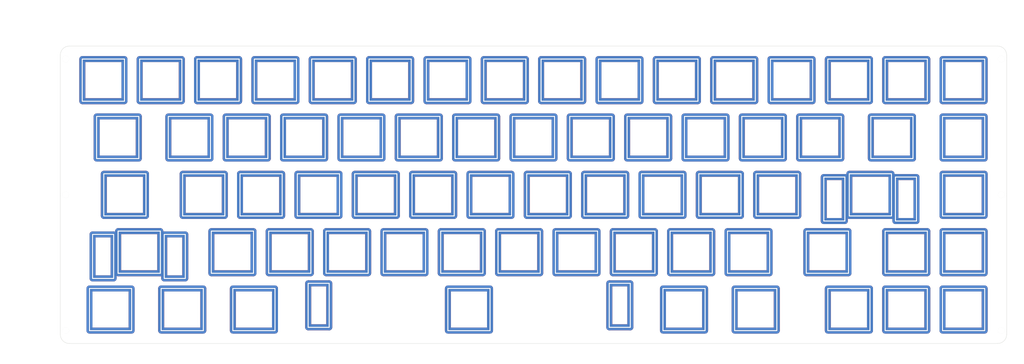
<source format=kicad_pcb>
(kicad_pcb (version 20171130) (host pcbnew "(5.1.10)-1")

  (general
    (thickness 1.6)
    (drawings 54)
    (tracks 0)
    (zones 0)
    (modules 84)
    (nets 1)
  )

  (page A3)
  (layers
    (0 F.Cu signal)
    (31 B.Cu signal)
    (32 B.Adhes user)
    (33 F.Adhes user)
    (34 B.Paste user)
    (35 F.Paste user)
    (36 B.SilkS user)
    (37 F.SilkS user)
    (38 B.Mask user)
    (39 F.Mask user)
    (40 Dwgs.User user)
    (41 Cmts.User user)
    (42 Eco1.User user)
    (43 Eco2.User user)
    (44 Edge.Cuts user)
    (45 Margin user)
    (46 B.CrtYd user)
    (47 F.CrtYd user)
    (48 B.Fab user)
    (49 F.Fab user)
  )

  (setup
    (last_trace_width 0.25)
    (user_trace_width 0.5)
    (user_trace_width 0.5)
    (trace_clearance 0.2)
    (zone_clearance 0.508)
    (zone_45_only no)
    (trace_min 0.2)
    (via_size 0.8)
    (via_drill 0.4)
    (via_min_size 0.4)
    (via_min_drill 0.3)
    (uvia_size 0.3)
    (uvia_drill 0.1)
    (uvias_allowed no)
    (uvia_min_size 0.2)
    (uvia_min_drill 0.1)
    (edge_width 0.1)
    (segment_width 0.2)
    (pcb_text_width 0.3)
    (pcb_text_size 1.5 1.5)
    (mod_edge_width 0.15)
    (mod_text_size 1 1)
    (mod_text_width 0.15)
    (pad_size 2.2 2.2)
    (pad_drill 2.2)
    (pad_to_mask_clearance 0)
    (aux_axis_origin 0 0)
    (visible_elements 7FFFFFFF)
    (pcbplotparams
      (layerselection 0x21100_7ffffffe)
      (usegerberextensions true)
      (usegerberattributes false)
      (usegerberadvancedattributes false)
      (creategerberjobfile false)
      (excludeedgelayer true)
      (linewidth 0.100000)
      (plotframeref false)
      (viasonmask false)
      (mode 1)
      (useauxorigin false)
      (hpglpennumber 1)
      (hpglpenspeed 20)
      (hpglpendiameter 15.000000)
      (psnegative false)
      (psa4output false)
      (plotreference true)
      (plotvalue true)
      (plotinvisibletext false)
      (padsonsilk false)
      (subtractmaskfromsilk false)
      (outputformat 4)
      (mirror false)
      (drillshape 0)
      (scaleselection 1)
      (outputdirectory "C:/Users/サリチル酸/Desktop/"))
  )

  (net 0 "")

  (net_class Default "これはデフォルトのネット クラスです。"
    (clearance 0.2)
    (trace_width 0.25)
    (via_dia 0.8)
    (via_drill 0.4)
    (uvia_dia 0.3)
    (uvia_drill 0.1)
  )

  (module kbd_Hole:m2_Screw_Hole_Fab (layer F.Cu) (tedit 60A154F6) (tstamp 60A2FDC4)
    (at 331.825 120.25)
    (descr "Mounting Hole 2.2mm, no annular, M2")
    (tags "mounting hole 2.2mm no annular m2")
    (path /629E70FB)
    (attr virtual)
    (fp_text reference J17 (at 0 -3.2) (layer F.Fab) hide
      (effects (font (size 1 1) (thickness 0.15)))
    )
    (fp_text value Conn_01x01 (at 0 3.2) (layer F.Fab) hide
      (effects (font (size 1 1) (thickness 0.15)))
    )
    (fp_circle (center 0 0) (end 1.1 0) (layer F.Fab) (width 0.01))
    (fp_text user %R (at 0.3 0) (layer F.Fab) hide
      (effects (font (size 1 1) (thickness 0.15)))
    )
  )

  (module kbd_Hole:m2_Screw_Hole_Fab (layer F.Cu) (tedit 60A154F6) (tstamp 60A2FDBE)
    (at 331.825 66.65)
    (descr "Mounting Hole 2.2mm, no annular, M2")
    (tags "mounting hole 2.2mm no annular m2")
    (path /629E70E7)
    (attr virtual)
    (fp_text reference J16 (at 0 -3.2) (layer F.Fab) hide
      (effects (font (size 1 1) (thickness 0.15)))
    )
    (fp_text value Conn_01x01 (at 0 3.2) (layer F.Fab) hide
      (effects (font (size 1 1) (thickness 0.15)))
    )
    (fp_circle (center 0 0) (end 1.1 0) (layer F.Fab) (width 0.01))
    (fp_text user %R (at 0.3 0) (layer F.Fab) hide
      (effects (font (size 1 1) (thickness 0.15)))
    )
  )

  (module kbd_Hole:m2_Screw_Hole_Fab (layer F.Cu) (tedit 60A154F6) (tstamp 60A2FDB8)
    (at 331.825 13.05)
    (descr "Mounting Hole 2.2mm, no annular, M2")
    (tags "mounting hole 2.2mm no annular m2")
    (path /5CC9EE7D)
    (attr virtual)
    (fp_text reference J15 (at 0 -3.2) (layer F.Fab) hide
      (effects (font (size 1 1) (thickness 0.15)))
    )
    (fp_text value Conn_01x01 (at 0 3.2) (layer F.Fab) hide
      (effects (font (size 1 1) (thickness 0.15)))
    )
    (fp_circle (center 0 0) (end 1.1 0) (layer F.Fab) (width 0.01))
    (fp_text user %R (at 0.3 0) (layer F.Fab) hide
      (effects (font (size 1 1) (thickness 0.15)))
    )
  )

  (module kbd_Hole:m2_Screw_Hole_Fab (layer F.Cu) (tedit 60A154F6) (tstamp 60A2FDB2)
    (at 234.325 120.25)
    (descr "Mounting Hole 2.2mm, no annular, M2")
    (tags "mounting hole 2.2mm no annular m2")
    (path /5CC48CD6)
    (attr virtual)
    (fp_text reference J14 (at 0 -3.2) (layer F.Fab) hide
      (effects (font (size 1 1) (thickness 0.15)))
    )
    (fp_text value Conn_01x01 (at 0 3.2) (layer F.Fab) hide
      (effects (font (size 1 1) (thickness 0.15)))
    )
    (fp_circle (center 0 0) (end 1.1 0) (layer F.Fab) (width 0.01))
    (fp_text user %R (at 0.3 0) (layer F.Fab) hide
      (effects (font (size 1 1) (thickness 0.15)))
    )
  )

  (module kbd_Hole:m2_Screw_Hole_Fab (layer F.Cu) (tedit 60A154F6) (tstamp 60A2FDAC)
    (at 108.575 120.25)
    (descr "Mounting Hole 2.2mm, no annular, M2")
    (tags "mounting hole 2.2mm no annular m2")
    (path /629102FD)
    (attr virtual)
    (fp_text reference J13 (at 0 -3.2) (layer F.Fab) hide
      (effects (font (size 1 1) (thickness 0.15)))
    )
    (fp_text value Conn_01x01 (at 0 3.2) (layer F.Fab) hide
      (effects (font (size 1 1) (thickness 0.15)))
    )
    (fp_circle (center 0 0) (end 1.1 0) (layer F.Fab) (width 0.01))
    (fp_text user %R (at 0.3 0) (layer F.Fab) hide
      (effects (font (size 1 1) (thickness 0.15)))
    )
  )

  (module kbd_Hole:m2_Screw_Hole_Fab (layer F.Cu) (tedit 60A154F6) (tstamp 60A2FDA6)
    (at 234.325 13.05)
    (descr "Mounting Hole 2.2mm, no annular, M2")
    (tags "mounting hole 2.2mm no annular m2")
    (path /629102E9)
    (attr virtual)
    (fp_text reference J12 (at 0 -3.2) (layer F.Fab) hide
      (effects (font (size 1 1) (thickness 0.15)))
    )
    (fp_text value Conn_01x01 (at 0 3.2) (layer F.Fab) hide
      (effects (font (size 1 1) (thickness 0.15)))
    )
    (fp_circle (center 0 0) (end 1.1 0) (layer F.Fab) (width 0.01))
    (fp_text user %R (at 0.3 0) (layer F.Fab) hide
      (effects (font (size 1 1) (thickness 0.15)))
    )
  )

  (module kbd_Hole:m2_Screw_Hole_Fab (layer F.Cu) (tedit 60A154F6) (tstamp 60A2FDA0)
    (at 108.575 13.05)
    (descr "Mounting Hole 2.2mm, no annular, M2")
    (tags "mounting hole 2.2mm no annular m2")
    (path /64540392)
    (attr virtual)
    (fp_text reference J11 (at 0 -3.2) (layer F.Fab) hide
      (effects (font (size 1 1) (thickness 0.15)))
    )
    (fp_text value Conn_01x01 (at 0 3.2) (layer F.Fab) hide
      (effects (font (size 1 1) (thickness 0.15)))
    )
    (fp_circle (center 0 0) (end 1.1 0) (layer F.Fab) (width 0.01))
    (fp_text user %R (at 0.3 0) (layer F.Fab) hide
      (effects (font (size 1 1) (thickness 0.15)))
    )
  )

  (module kbd_Hole:m2_Screw_Hole_Fab (layer F.Cu) (tedit 60A154F6) (tstamp 60A2FD9A)
    (at 11.075 120.25)
    (descr "Mounting Hole 2.2mm, no annular, M2")
    (tags "mounting hole 2.2mm no annular m2")
    (path /6454037E)
    (attr virtual)
    (fp_text reference J10 (at 0 -3.2) (layer F.Fab) hide
      (effects (font (size 1 1) (thickness 0.15)))
    )
    (fp_text value Conn_01x01 (at 0 3.2) (layer F.Fab) hide
      (effects (font (size 1 1) (thickness 0.15)))
    )
    (fp_circle (center 0 0) (end 1.1 0) (layer F.Fab) (width 0.01))
    (fp_text user %R (at 0.3 0) (layer F.Fab) hide
      (effects (font (size 1 1) (thickness 0.15)))
    )
  )

  (module kbd_Hole:m2_Screw_Hole_Fab (layer F.Cu) (tedit 60A154F6) (tstamp 60A2FD94)
    (at 11.075 66.65)
    (descr "Mounting Hole 2.2mm, no annular, M2")
    (tags "mounting hole 2.2mm no annular m2")
    (path /629E7105)
    (attr virtual)
    (fp_text reference J9 (at 0 -3.2) (layer F.Fab) hide
      (effects (font (size 1 1) (thickness 0.15)))
    )
    (fp_text value Conn_01x01 (at 0 3.2) (layer F.Fab) hide
      (effects (font (size 1 1) (thickness 0.15)))
    )
    (fp_circle (center 0 0) (end 1.1 0) (layer F.Fab) (width 0.01))
    (fp_text user %R (at 0.3 0) (layer F.Fab) hide
      (effects (font (size 1 1) (thickness 0.15)))
    )
  )

  (module kbd_Hole:m2_Screw_Hole_Fab (layer F.Cu) (tedit 60A154F6) (tstamp 60A2FD8E)
    (at 11.075 13.05)
    (descr "Mounting Hole 2.2mm, no annular, M2")
    (tags "mounting hole 2.2mm no annular m2")
    (path /629E70F1)
    (attr virtual)
    (fp_text reference J8 (at 0 -3.2) (layer F.Fab) hide
      (effects (font (size 1 1) (thickness 0.15)))
    )
    (fp_text value Conn_01x01 (at 0 3.2) (layer F.Fab) hide
      (effects (font (size 1 1) (thickness 0.15)))
    )
    (fp_circle (center 0 0) (end 1.1 0) (layer F.Fab) (width 0.01))
    (fp_text user %R (at 0.3 0) (layer F.Fab) hide
      (effects (font (size 1 1) (thickness 0.15)))
    )
  )

  (module kbd_Hole:m2_Screw_Hole_EdgeCuts (layer F.Cu) (tedit 5DA73E67) (tstamp 60A2FD88)
    (at 326.825 111.75)
    (descr "Mounting Hole 2.2mm, no annular, M2")
    (tags "mounting hole 2.2mm no annular m2")
    (path /5CC9EE92)
    (attr virtual)
    (fp_text reference J7 (at 0 -3.2) (layer F.Fab) hide
      (effects (font (size 1 1) (thickness 0.15)))
    )
    (fp_text value Conn_01x01 (at 0 3.2) (layer F.Fab) hide
      (effects (font (size 1 1) (thickness 0.15)))
    )
    (fp_circle (center 0 0) (end 1.1 0) (layer Edge.Cuts) (width 0.01))
    (fp_text user %R (at 0.3 0) (layer F.Fab) hide
      (effects (font (size 1 1) (thickness 0.15)))
    )
  )

  (module kbd_Hole:m2_Screw_Hole_EdgeCuts (layer F.Cu) (tedit 5DA73E67) (tstamp 60A2FD7C)
    (at 326.825 21.55)
    (descr "Mounting Hole 2.2mm, no annular, M2")
    (tags "mounting hole 2.2mm no annular m2")
    (path /6291030E)
    (attr virtual)
    (fp_text reference J5 (at 0 -3.2) (layer F.Fab) hide
      (effects (font (size 1 1) (thickness 0.15)))
    )
    (fp_text value Conn_01x01 (at 0 3.2) (layer F.Fab) hide
      (effects (font (size 1 1) (thickness 0.15)))
    )
    (fp_circle (center 0 0) (end 1.1 0) (layer Edge.Cuts) (width 0.01))
    (fp_text user %R (at 0.3 0) (layer F.Fab) hide
      (effects (font (size 1 1) (thickness 0.15)))
    )
  )

  (module kbd_Hole:m2_Screw_Hole_EdgeCuts (layer F.Cu) (tedit 5DA73E67) (tstamp 60A2FD76)
    (at 16.075 111.75)
    (descr "Mounting Hole 2.2mm, no annular, M2")
    (tags "mounting hole 2.2mm no annular m2")
    (path /629102F3)
    (attr virtual)
    (fp_text reference J4 (at 0 -3.2) (layer F.Fab) hide
      (effects (font (size 1 1) (thickness 0.15)))
    )
    (fp_text value Conn_01x01 (at 0 3.2) (layer F.Fab) hide
      (effects (font (size 1 1) (thickness 0.15)))
    )
    (fp_circle (center 0 0) (end 1.1 0) (layer Edge.Cuts) (width 0.01))
    (fp_text user %R (at 0.3 0) (layer F.Fab) hide
      (effects (font (size 1 1) (thickness 0.15)))
    )
  )

  (module kbd_Hole:m2_Screw_Hole_EdgeCuts (layer F.Cu) (tedit 5DA73E67) (tstamp 60A2FD70)
    (at 16.075 66.65)
    (descr "Mounting Hole 2.2mm, no annular, M2")
    (tags "mounting hole 2.2mm no annular m2")
    (path /6454039C)
    (attr virtual)
    (fp_text reference J3 (at 0 -3.2) (layer F.Fab) hide
      (effects (font (size 1 1) (thickness 0.15)))
    )
    (fp_text value Conn_01x01 (at 0 3.2) (layer F.Fab) hide
      (effects (font (size 1 1) (thickness 0.15)))
    )
    (fp_circle (center 0 0) (end 1.1 0) (layer Edge.Cuts) (width 0.01))
    (fp_text user %R (at 0.3 0) (layer F.Fab) hide
      (effects (font (size 1 1) (thickness 0.15)))
    )
  )

  (module kbd_Hole:m2_Screw_Hole_EdgeCuts (layer F.Cu) (tedit 5DA73E67) (tstamp 60A2FD6A)
    (at 16.075 21.55)
    (descr "Mounting Hole 2.2mm, no annular, M2")
    (tags "mounting hole 2.2mm no annular m2")
    (path /64540388)
    (attr virtual)
    (fp_text reference J2 (at 0 -3.2) (layer F.Fab) hide
      (effects (font (size 1 1) (thickness 0.15)))
    )
    (fp_text value Conn_01x01 (at 0 3.2) (layer F.Fab) hide
      (effects (font (size 1 1) (thickness 0.15)))
    )
    (fp_circle (center 0 0) (end 1.1 0) (layer Edge.Cuts) (width 0.01))
    (fp_text user %R (at 0.3 0) (layer F.Fab) hide
      (effects (font (size 1 1) (thickness 0.15)))
    )
  )

  (module kbd_Hole:m2_Screw_Hole_EdgeCuts (layer F.Cu) (tedit 5DA73E67) (tstamp 60A2FD82)
    (at 326.825 66.65)
    (descr "Mounting Hole 2.2mm, no annular, M2")
    (tags "mounting hole 2.2mm no annular m2")
    (path /5CC48CEB)
    (attr virtual)
    (fp_text reference J6 (at 0 -3.2) (layer F.Fab) hide
      (effects (font (size 1 1) (thickness 0.15)))
    )
    (fp_text value Conn_01x01 (at 0 3.2) (layer F.Fab) hide
      (effects (font (size 1 1) (thickness 0.15)))
    )
    (fp_circle (center 0 0) (end 1.1 0) (layer Edge.Cuts) (width 0.01))
    (fp_text user %R (at 0.3 0) (layer F.Fab) hide
      (effects (font (size 1 1) (thickness 0.15)))
    )
  )

  (module kbd_SW_Hole:SW_Hole_TH_6.25 (layer F.Cu) (tedit 60C77579) (tstamp 60B41885)
    (at 150.01875 104.775 180)
    (path /5C3DCEFA)
    (fp_text reference SW8 (at 7 8.1) (layer F.SilkS) hide
      (effects (font (size 1 1) (thickness 0.15)))
    )
    (fp_text value SW_PUSH (at -7.4 -8.1) (layer F.Fab) hide
      (effects (font (size 1 1) (thickness 0.15)))
    )
    (fp_line (start -53.51 -6) (end -46.51 -6) (layer Edge.Cuts) (width 0.12))
    (fp_line (start -53.51 8.8) (end -53.51 -6) (layer Edge.Cuts) (width 0.12))
    (fp_line (start -46.51 8.8) (end -53.51 8.8) (layer Edge.Cuts) (width 0.12))
    (fp_line (start -46.51 -6) (end -46.51 8.8) (layer Edge.Cuts) (width 0.12))
    (fp_line (start 53.51 -6) (end 46.51 -6) (layer Edge.Cuts) (width 0.12))
    (fp_line (start 53.51 8.8) (end 53.51 -6) (layer Edge.Cuts) (width 0.12))
    (fp_line (start 46.51 8.8) (end 53.51 8.8) (layer Edge.Cuts) (width 0.12))
    (fp_line (start 46.51 -6) (end 46.51 8.8) (layer Edge.Cuts) (width 0.12))
    (fp_line (start -7.1 -7.1) (end 7.1 -7.1) (layer Edge.Cuts) (width 0.15))
    (fp_line (start 7.1 -7.1) (end 7.1 7.1) (layer Edge.Cuts) (width 0.15))
    (fp_line (start 7.1 7.1) (end -7.1 7.1) (layer Edge.Cuts) (width 0.15))
    (fp_line (start -7.1 7.1) (end -7.1 -7.1) (layer Edge.Cuts) (width 0.15))
    (fp_line (start 59.53125 -9.525) (end -59.53125 -9.525) (layer F.Fab) (width 0.15))
    (fp_line (start -59.53125 -9.525) (end -59.53125 9.525) (layer F.Fab) (width 0.15))
    (fp_line (start -59.53125 9.525) (end 59.53125 9.525) (layer F.Fab) (width 0.15))
    (fp_line (start 59.53125 9.525) (end 59.53125 -9.525) (layer F.Fab) (width 0.15))
    (pad 1 thru_hole oval (at -53.61 1.4 180) (size 2 16.6) (drill oval 0.3 14.9) (layers *.Cu *.Mask))
    (pad 1 thru_hole oval (at -46.61 1.4 180) (size 2 16.6) (drill oval 0.3 14.9) (layers *.Cu *.Mask))
    (pad 1 thru_hole oval (at -50.11 -5.9 270) (size 2 8.8) (drill oval 0.3 7.2) (layers *.Cu *.Mask))
    (pad 1 thru_hole oval (at -50.11 8.7 270) (size 2 8.8) (drill oval 0.3 7.2) (layers *.Cu *.Mask))
    (pad 1 thru_hole oval (at 49.91 8.7 270) (size 2 8.8) (drill oval 0.3 7.2) (layers *.Cu *.Mask))
    (pad 1 thru_hole oval (at -7 0 180) (size 2 15.9) (drill oval 0.3 14.2) (layers *.Cu *.Mask))
    (pad 1 thru_hole oval (at 7 0 180) (size 2 15.9) (drill oval 0.3 14.2) (layers *.Cu *.Mask))
    (pad 1 thru_hole oval (at 0 -7 270) (size 2 15.9) (drill oval 0.3 14.2) (layers *.Cu *.Mask))
    (pad 1 thru_hole oval (at 0 7 270) (size 2 15.9) (drill oval 0.3 14.2) (layers *.Cu *.Mask))
    (pad 1 thru_hole oval (at 53.41 1.4 180) (size 2 16.6) (drill oval 0.3 14.9) (layers *.Cu *.Mask))
    (pad 1 thru_hole oval (at 46.41 1.4 180) (size 2 16.6) (drill oval 0.3 14.9) (layers *.Cu *.Mask))
    (pad 1 thru_hole oval (at 49.91 -5.9 270) (size 2 8.8) (drill oval 0.3 7.2) (layers *.Cu *.Mask))
  )

  (module kbd_SW_Hole:SW_Hole_TH_2.25 (layer F.Cu) (tedit 60C76AB5) (tstamp 60B3BB7B)
    (at 283.36875 66.675)
    (fp_text reference SW4 (at 7 8.1) (layer Edge.Cuts) hide
      (effects (font (size 1 1) (thickness 0.15)))
    )
    (fp_text value KEY_SWITCH (at -7.4 -8.1) (layer F.Fab) hide
      (effects (font (size 1 1) (thickness 0.15)))
    )
    (fp_line (start -15.4 -6) (end -8.4 -6) (layer Edge.Cuts) (width 0.12))
    (fp_line (start -15.4 8.8) (end -15.4 -6) (layer Edge.Cuts) (width 0.12))
    (fp_line (start -8.4 8.8) (end -15.4 8.8) (layer Edge.Cuts) (width 0.12))
    (fp_line (start -8.4 -6) (end -8.4 8.8) (layer Edge.Cuts) (width 0.12))
    (fp_line (start 15.4 -6) (end 8.4 -6) (layer Edge.Cuts) (width 0.12))
    (fp_line (start 15.4 8.8) (end 15.4 -6) (layer Edge.Cuts) (width 0.12))
    (fp_line (start 8.4 8.8) (end 15.4 8.8) (layer Edge.Cuts) (width 0.12))
    (fp_line (start 8.4 -6) (end 8.4 8.8) (layer Edge.Cuts) (width 0.12))
    (fp_line (start -7.1 -7.1) (end 7.1 -7.1) (layer Edge.Cuts) (width 0.15))
    (fp_line (start 7.1 -7.1) (end 7.1 7.1) (layer Edge.Cuts) (width 0.15))
    (fp_line (start 7.1 7.1) (end -7.1 7.1) (layer Edge.Cuts) (width 0.15))
    (fp_line (start -7.1 7.1) (end -7.1 -7.1) (layer Edge.Cuts) (width 0.15))
    (fp_line (start 21.43125 -9.525) (end -21.43125 -9.525) (layer F.Fab) (width 0.15))
    (fp_line (start -21.43125 -9.525) (end -21.43125 9.525) (layer F.Fab) (width 0.15))
    (fp_line (start -21.43125 9.525) (end 21.43125 9.525) (layer F.Fab) (width 0.15))
    (fp_line (start 21.43125 9.525) (end 21.43125 -9.525) (layer F.Fab) (width 0.15))
    (pad 1 thru_hole oval (at -15.5 1.4) (size 2 16.6) (drill oval 0.3 14.9) (layers *.Cu *.Mask))
    (pad 1 thru_hole oval (at -8.5 1.4) (size 2 16.6) (drill oval 0.3 14.9) (layers *.Cu *.Mask))
    (pad 1 thru_hole oval (at -12 -5.9 90) (size 2 8.8) (drill oval 0.3 7.2) (layers *.Cu *.Mask))
    (pad 1 thru_hole oval (at -12 8.7 90) (size 2 8.8) (drill oval 0.3 7.2) (layers *.Cu *.Mask))
    (pad 1 thru_hole oval (at 11.8 8.7 90) (size 2 8.8) (drill oval 0.3 7.2) (layers *.Cu *.Mask))
    (pad 1 thru_hole oval (at -7 0) (size 2 15.9) (drill oval 0.3 14.2) (layers *.Cu *.Mask))
    (pad 1 thru_hole oval (at 7 0) (size 2 15.9) (drill oval 0.3 14.2) (layers *.Cu *.Mask))
    (pad 1 thru_hole oval (at 0 -7 90) (size 2 15.9) (drill oval 0.3 14.2) (layers *.Cu *.Mask))
    (pad 1 thru_hole oval (at 0 7 90) (size 2 15.9) (drill oval 0.3 14.2) (layers *.Cu *.Mask))
    (pad 1 thru_hole oval (at 15.3 1.4) (size 2 16.6) (drill oval 0.3 14.9) (layers *.Cu *.Mask))
    (pad 1 thru_hole oval (at 8.3 1.4) (size 2 16.6) (drill oval 0.3 14.9) (layers *.Cu *.Mask))
    (pad 1 thru_hole oval (at 11.8 -5.9 90) (size 2 8.8) (drill oval 0.3 7.2) (layers *.Cu *.Mask))
  )

  (module kbd_SW_Hole:SW_Hole_TH_2.25 (layer F.Cu) (tedit 60C76AB5) (tstamp 60A290EB)
    (at 40.48125 85.725)
    (fp_text reference SW4 (at 7 8.1) (layer Edge.Cuts) hide
      (effects (font (size 1 1) (thickness 0.15)))
    )
    (fp_text value KEY_SWITCH (at -7.4 -8.1) (layer F.Fab) hide
      (effects (font (size 1 1) (thickness 0.15)))
    )
    (fp_line (start -15.4 -6) (end -8.4 -6) (layer Edge.Cuts) (width 0.12))
    (fp_line (start -15.4 8.8) (end -15.4 -6) (layer Edge.Cuts) (width 0.12))
    (fp_line (start -8.4 8.8) (end -15.4 8.8) (layer Edge.Cuts) (width 0.12))
    (fp_line (start -8.4 -6) (end -8.4 8.8) (layer Edge.Cuts) (width 0.12))
    (fp_line (start 15.4 -6) (end 8.4 -6) (layer Edge.Cuts) (width 0.12))
    (fp_line (start 15.4 8.8) (end 15.4 -6) (layer Edge.Cuts) (width 0.12))
    (fp_line (start 8.4 8.8) (end 15.4 8.8) (layer Edge.Cuts) (width 0.12))
    (fp_line (start 8.4 -6) (end 8.4 8.8) (layer Edge.Cuts) (width 0.12))
    (fp_line (start -7.1 -7.1) (end 7.1 -7.1) (layer Edge.Cuts) (width 0.15))
    (fp_line (start 7.1 -7.1) (end 7.1 7.1) (layer Edge.Cuts) (width 0.15))
    (fp_line (start 7.1 7.1) (end -7.1 7.1) (layer Edge.Cuts) (width 0.15))
    (fp_line (start -7.1 7.1) (end -7.1 -7.1) (layer Edge.Cuts) (width 0.15))
    (fp_line (start 21.43125 -9.525) (end -21.43125 -9.525) (layer F.Fab) (width 0.15))
    (fp_line (start -21.43125 -9.525) (end -21.43125 9.525) (layer F.Fab) (width 0.15))
    (fp_line (start -21.43125 9.525) (end 21.43125 9.525) (layer F.Fab) (width 0.15))
    (fp_line (start 21.43125 9.525) (end 21.43125 -9.525) (layer F.Fab) (width 0.15))
    (pad 1 thru_hole oval (at -15.5 1.4) (size 2 16.6) (drill oval 0.3 14.9) (layers *.Cu *.Mask))
    (pad 1 thru_hole oval (at -8.5 1.4) (size 2 16.6) (drill oval 0.3 14.9) (layers *.Cu *.Mask))
    (pad 1 thru_hole oval (at -12 -5.9 90) (size 2 8.8) (drill oval 0.3 7.2) (layers *.Cu *.Mask))
    (pad 1 thru_hole oval (at -12 8.7 90) (size 2 8.8) (drill oval 0.3 7.2) (layers *.Cu *.Mask))
    (pad 1 thru_hole oval (at 11.8 8.7 90) (size 2 8.8) (drill oval 0.3 7.2) (layers *.Cu *.Mask))
    (pad 1 thru_hole oval (at -7 0) (size 2 15.9) (drill oval 0.3 14.2) (layers *.Cu *.Mask))
    (pad 1 thru_hole oval (at 7 0) (size 2 15.9) (drill oval 0.3 14.2) (layers *.Cu *.Mask))
    (pad 1 thru_hole oval (at 0 -7 90) (size 2 15.9) (drill oval 0.3 14.2) (layers *.Cu *.Mask))
    (pad 1 thru_hole oval (at 0 7 90) (size 2 15.9) (drill oval 0.3 14.2) (layers *.Cu *.Mask))
    (pad 1 thru_hole oval (at 15.3 1.4) (size 2 16.6) (drill oval 0.3 14.9) (layers *.Cu *.Mask))
    (pad 1 thru_hole oval (at 8.3 1.4) (size 2 16.6) (drill oval 0.3 14.9) (layers *.Cu *.Mask))
    (pad 1 thru_hole oval (at 11.8 -5.9 90) (size 2 8.8) (drill oval 0.3 7.2) (layers *.Cu *.Mask))
  )

  (module kbd_SW_Hole:SW_Hole_TH_1.25 (layer F.Cu) (tedit 60C76526) (tstamp 60B3B92F)
    (at 78.58125 104.775)
    (path /5CAAE83E)
    (fp_text reference SW7 (at 7 8.1) (layer F.SilkS) hide
      (effects (font (size 1 1) (thickness 0.15)))
    )
    (fp_text value SW_PUSH (at -7.4 -8.1) (layer F.Fab) hide
      (effects (font (size 1 1) (thickness 0.15)))
    )
    (fp_line (start 11.90625 -9.525) (end -11.90625 -9.525) (layer F.Fab) (width 0.15))
    (fp_line (start -11.90625 -9.525) (end -11.90625 9.525) (layer F.Fab) (width 0.15))
    (fp_line (start -11.90625 9.525) (end 11.90625 9.525) (layer F.Fab) (width 0.15))
    (fp_line (start 11.90625 9.525) (end 11.90625 -9.525) (layer F.Fab) (width 0.15))
    (fp_line (start 7.1 -7.1) (end 7.1 7.1) (layer Edge.Cuts) (width 0.12))
    (fp_line (start 7 7) (end -7 7) (layer Edge.Cuts) (width 0.12))
    (fp_line (start -7.1 7.1) (end -7.1 -7.1) (layer Edge.Cuts) (width 0.12))
    (fp_line (start -7.1 -7.1) (end 7.1 -7.1) (layer Edge.Cuts) (width 0.12))
    (fp_line (start 7.1 7.1) (end -7.1 7.1) (layer Edge.Cuts) (width 0.12))
    (pad 1 thru_hole oval (at 7 0) (size 2 15.9) (drill oval 0.3 14.2) (layers *.Cu *.Mask))
    (pad 1 thru_hole oval (at -7 0) (size 2 15.9) (drill oval 0.3 14.2) (layers *.Cu *.Mask))
    (pad 1 thru_hole oval (at 0 7 90) (size 2 15.9) (drill oval 0.3 14.2) (layers *.Cu *.Mask))
    (pad 1 thru_hole oval (at 0 -7 90) (size 2 15.9) (drill oval 0.3 14.2) (layers *.Cu *.Mask))
  )

  (module kbd_SW_Hole:SW_Hole_TH_1.25 (layer F.Cu) (tedit 60C76526) (tstamp 60A299D0)
    (at 221.45625 104.775)
    (path /5C6AB630)
    (fp_text reference SW5 (at 7 8.1) (layer F.SilkS) hide
      (effects (font (size 1 1) (thickness 0.15)))
    )
    (fp_text value SW_PUSH (at -7.4 -8.1) (layer F.Fab) hide
      (effects (font (size 1 1) (thickness 0.15)))
    )
    (fp_line (start 11.90625 -9.525) (end -11.90625 -9.525) (layer F.Fab) (width 0.15))
    (fp_line (start -11.90625 -9.525) (end -11.90625 9.525) (layer F.Fab) (width 0.15))
    (fp_line (start -11.90625 9.525) (end 11.90625 9.525) (layer F.Fab) (width 0.15))
    (fp_line (start 11.90625 9.525) (end 11.90625 -9.525) (layer F.Fab) (width 0.15))
    (fp_line (start 7.1 -7.1) (end 7.1 7.1) (layer Edge.Cuts) (width 0.12))
    (fp_line (start 7 7) (end -7 7) (layer Edge.Cuts) (width 0.12))
    (fp_line (start -7.1 7.1) (end -7.1 -7.1) (layer Edge.Cuts) (width 0.12))
    (fp_line (start -7.1 -7.1) (end 7.1 -7.1) (layer Edge.Cuts) (width 0.12))
    (fp_line (start 7.1 7.1) (end -7.1 7.1) (layer Edge.Cuts) (width 0.12))
    (pad 1 thru_hole oval (at 7 0) (size 2 15.9) (drill oval 0.3 14.2) (layers *.Cu *.Mask))
    (pad 1 thru_hole oval (at -7 0) (size 2 15.9) (drill oval 0.3 14.2) (layers *.Cu *.Mask))
    (pad 1 thru_hole oval (at 0 7 90) (size 2 15.9) (drill oval 0.3 14.2) (layers *.Cu *.Mask))
    (pad 1 thru_hole oval (at 0 -7 90) (size 2 15.9) (drill oval 0.3 14.2) (layers *.Cu *.Mask))
  )

  (module kbd_SW_Hole:SW_Hole_TH_1.25 (layer F.Cu) (tedit 60C76526) (tstamp 60A299BA)
    (at 245.26875 104.775)
    (path /5C6AB630)
    (fp_text reference SW5 (at 7 8.1) (layer F.SilkS) hide
      (effects (font (size 1 1) (thickness 0.15)))
    )
    (fp_text value SW_PUSH (at -7.4 -8.1) (layer F.Fab) hide
      (effects (font (size 1 1) (thickness 0.15)))
    )
    (fp_line (start 11.90625 -9.525) (end -11.90625 -9.525) (layer F.Fab) (width 0.15))
    (fp_line (start -11.90625 -9.525) (end -11.90625 9.525) (layer F.Fab) (width 0.15))
    (fp_line (start -11.90625 9.525) (end 11.90625 9.525) (layer F.Fab) (width 0.15))
    (fp_line (start 11.90625 9.525) (end 11.90625 -9.525) (layer F.Fab) (width 0.15))
    (fp_line (start 7.1 -7.1) (end 7.1 7.1) (layer Edge.Cuts) (width 0.12))
    (fp_line (start 7 7) (end -7 7) (layer Edge.Cuts) (width 0.12))
    (fp_line (start -7.1 7.1) (end -7.1 -7.1) (layer Edge.Cuts) (width 0.12))
    (fp_line (start -7.1 -7.1) (end 7.1 -7.1) (layer Edge.Cuts) (width 0.12))
    (fp_line (start 7.1 7.1) (end -7.1 7.1) (layer Edge.Cuts) (width 0.12))
    (pad 1 thru_hole oval (at 7 0) (size 2 15.9) (drill oval 0.3 14.2) (layers *.Cu *.Mask))
    (pad 1 thru_hole oval (at -7 0) (size 2 15.9) (drill oval 0.3 14.2) (layers *.Cu *.Mask))
    (pad 1 thru_hole oval (at 0 7 90) (size 2 15.9) (drill oval 0.3 14.2) (layers *.Cu *.Mask))
    (pad 1 thru_hole oval (at 0 -7 90) (size 2 15.9) (drill oval 0.3 14.2) (layers *.Cu *.Mask))
  )

  (module kbd_SW_Hole:SW_Hole_TH_1.25 (layer F.Cu) (tedit 60C76526) (tstamp 60524BCB)
    (at 30.95625 104.775)
    (path /5CAAE83E)
    (fp_text reference SW7 (at 7 8.1) (layer F.SilkS) hide
      (effects (font (size 1 1) (thickness 0.15)))
    )
    (fp_text value SW_PUSH (at -7.4 -8.1) (layer F.Fab) hide
      (effects (font (size 1 1) (thickness 0.15)))
    )
    (fp_line (start 11.90625 -9.525) (end -11.90625 -9.525) (layer F.Fab) (width 0.15))
    (fp_line (start -11.90625 -9.525) (end -11.90625 9.525) (layer F.Fab) (width 0.15))
    (fp_line (start -11.90625 9.525) (end 11.90625 9.525) (layer F.Fab) (width 0.15))
    (fp_line (start 11.90625 9.525) (end 11.90625 -9.525) (layer F.Fab) (width 0.15))
    (fp_line (start 7.1 -7.1) (end 7.1 7.1) (layer Edge.Cuts) (width 0.12))
    (fp_line (start 7 7) (end -7 7) (layer Edge.Cuts) (width 0.12))
    (fp_line (start -7.1 7.1) (end -7.1 -7.1) (layer Edge.Cuts) (width 0.12))
    (fp_line (start -7.1 -7.1) (end 7.1 -7.1) (layer Edge.Cuts) (width 0.12))
    (fp_line (start 7.1 7.1) (end -7.1 7.1) (layer Edge.Cuts) (width 0.12))
    (pad 1 thru_hole oval (at 7 0) (size 2 15.9) (drill oval 0.3 14.2) (layers *.Cu *.Mask))
    (pad 1 thru_hole oval (at -7 0) (size 2 15.9) (drill oval 0.3 14.2) (layers *.Cu *.Mask))
    (pad 1 thru_hole oval (at 0 7 90) (size 2 15.9) (drill oval 0.3 14.2) (layers *.Cu *.Mask))
    (pad 1 thru_hole oval (at 0 -7 90) (size 2 15.9) (drill oval 0.3 14.2) (layers *.Cu *.Mask))
  )

  (module kbd_SW_Hole:SW_Hole_TH_1.25 (layer F.Cu) (tedit 60C76526) (tstamp 5CB90BF3)
    (at 54.76875 104.775)
    (path /5CAAE83E)
    (fp_text reference SW7 (at 7 8.1) (layer F.SilkS) hide
      (effects (font (size 1 1) (thickness 0.15)))
    )
    (fp_text value SW_PUSH (at -7.4 -8.1) (layer F.Fab) hide
      (effects (font (size 1 1) (thickness 0.15)))
    )
    (fp_line (start 11.90625 -9.525) (end -11.90625 -9.525) (layer F.Fab) (width 0.15))
    (fp_line (start -11.90625 -9.525) (end -11.90625 9.525) (layer F.Fab) (width 0.15))
    (fp_line (start -11.90625 9.525) (end 11.90625 9.525) (layer F.Fab) (width 0.15))
    (fp_line (start 11.90625 9.525) (end 11.90625 -9.525) (layer F.Fab) (width 0.15))
    (fp_line (start 7.1 -7.1) (end 7.1 7.1) (layer Edge.Cuts) (width 0.12))
    (fp_line (start 7 7) (end -7 7) (layer Edge.Cuts) (width 0.12))
    (fp_line (start -7.1 7.1) (end -7.1 -7.1) (layer Edge.Cuts) (width 0.12))
    (fp_line (start -7.1 -7.1) (end 7.1 -7.1) (layer Edge.Cuts) (width 0.12))
    (fp_line (start 7.1 7.1) (end -7.1 7.1) (layer Edge.Cuts) (width 0.12))
    (pad 1 thru_hole oval (at 7 0) (size 2 15.9) (drill oval 0.3 14.2) (layers *.Cu *.Mask))
    (pad 1 thru_hole oval (at -7 0) (size 2 15.9) (drill oval 0.3 14.2) (layers *.Cu *.Mask))
    (pad 1 thru_hole oval (at 0 7 90) (size 2 15.9) (drill oval 0.3 14.2) (layers *.Cu *.Mask))
    (pad 1 thru_hole oval (at 0 -7 90) (size 2 15.9) (drill oval 0.3 14.2) (layers *.Cu *.Mask))
  )

  (module kbd_SW_Hole:SW_Hole_TH_1.75 (layer F.Cu) (tedit 60C7658E) (tstamp 60A296AC)
    (at 269.08125 85.725)
    (path /5C3DCEFA)
    (fp_text reference SW8 (at 7 8.1) (layer F.SilkS) hide
      (effects (font (size 1 1) (thickness 0.15)))
    )
    (fp_text value SW_PUSH (at -7.4 -8.1) (layer F.Fab) hide
      (effects (font (size 1 1) (thickness 0.15)))
    )
    (fp_line (start 16.66875 -9.525) (end -16.66875 -9.525) (layer F.Fab) (width 0.15))
    (fp_line (start -16.66875 -9.525) (end -16.66875 9.525) (layer F.Fab) (width 0.15))
    (fp_line (start -16.66875 9.525) (end 16.66875 9.525) (layer F.Fab) (width 0.15))
    (fp_line (start 16.66875 9.525) (end 16.66875 -9.525) (layer F.Fab) (width 0.15))
    (fp_line (start 7.1 -7.1) (end 7.1 7.1) (layer Edge.Cuts) (width 0.12))
    (fp_line (start 7 7) (end -7 7) (layer Edge.Cuts) (width 0.12))
    (fp_line (start -7.1 7.1) (end -7.1 -7.1) (layer Edge.Cuts) (width 0.12))
    (fp_line (start -7.1 -7.1) (end 7.1 -7.1) (layer Edge.Cuts) (width 0.12))
    (fp_line (start 7.1 7.1) (end -7.1 7.1) (layer Edge.Cuts) (width 0.12))
    (pad 1 thru_hole oval (at 7 0) (size 2 15.9) (drill oval 0.3 14.2) (layers *.Cu *.Mask))
    (pad 1 thru_hole oval (at -7 0) (size 2 15.9) (drill oval 0.3 14.2) (layers *.Cu *.Mask))
    (pad 1 thru_hole oval (at 0 7 90) (size 2 15.9) (drill oval 0.3 14.2) (layers *.Cu *.Mask))
    (pad 1 thru_hole oval (at 0 -7 90) (size 2 15.9) (drill oval 0.3 14.2) (layers *.Cu *.Mask))
  )

  (module kbd_SW_Hole:SW_Hole_TH_1.75 (layer F.Cu) (tedit 60C7658E) (tstamp 5CF70F1B)
    (at 35.71875 66.675)
    (path /5CAAE847)
    (fp_text reference SW3 (at 7 8.1) (layer Edge.Cuts) hide
      (effects (font (size 1 1) (thickness 0.15)))
    )
    (fp_text value SW_PUSH (at -7.4 -8.1) (layer F.Fab) hide
      (effects (font (size 1 1) (thickness 0.15)))
    )
    (fp_line (start 16.66875 -9.525) (end -16.66875 -9.525) (layer F.Fab) (width 0.15))
    (fp_line (start -16.66875 -9.525) (end -16.66875 9.525) (layer F.Fab) (width 0.15))
    (fp_line (start -16.66875 9.525) (end 16.66875 9.525) (layer F.Fab) (width 0.15))
    (fp_line (start 16.66875 9.525) (end 16.66875 -9.525) (layer F.Fab) (width 0.15))
    (fp_line (start 7.1 -7.1) (end 7.1 7.1) (layer Edge.Cuts) (width 0.12))
    (fp_line (start 7 7) (end -7 7) (layer Edge.Cuts) (width 0.12))
    (fp_line (start -7.1 7.1) (end -7.1 -7.1) (layer Edge.Cuts) (width 0.12))
    (fp_line (start -7.1 -7.1) (end 7.1 -7.1) (layer Edge.Cuts) (width 0.12))
    (fp_line (start 7.1 7.1) (end -7.1 7.1) (layer Edge.Cuts) (width 0.12))
    (pad 1 thru_hole oval (at 7 0) (size 2 15.9) (drill oval 0.3 14.2) (layers *.Cu *.Mask))
    (pad 1 thru_hole oval (at -7 0) (size 2 15.9) (drill oval 0.3 14.2) (layers *.Cu *.Mask))
    (pad 1 thru_hole oval (at 0 7 90) (size 2 15.9) (drill oval 0.3 14.2) (layers *.Cu *.Mask))
    (pad 1 thru_hole oval (at 0 -7 90) (size 2 15.9) (drill oval 0.3 14.2) (layers *.Cu *.Mask))
  )

  (module kbd_SW_Hole:SW_Hole_TH_1.5 (layer F.Cu) (tedit 60C7655C) (tstamp 60A28FB7)
    (at 33.3375 47.625)
    (fp_text reference SW2 (at 7 8.1) (layer F.SilkS) hide
      (effects (font (size 1 1) (thickness 0.15)))
    )
    (fp_text value KEY_SWITCH (at -7.4 -8.1) (layer F.Fab) hide
      (effects (font (size 1 1) (thickness 0.15)))
    )
    (fp_line (start 14.2875 -9.525) (end -14.2875 -9.525) (layer F.Fab) (width 0.15))
    (fp_line (start -14.2875 -9.525) (end -14.2875 9.525) (layer F.Fab) (width 0.15))
    (fp_line (start -14.2875 9.525) (end 14.2875 9.525) (layer F.Fab) (width 0.15))
    (fp_line (start 14.2875 9.525) (end 14.2875 -9.525) (layer F.Fab) (width 0.15))
    (fp_line (start 7.1 -7.1) (end 7.1 7.1) (layer Edge.Cuts) (width 0.12))
    (fp_line (start 7 7) (end -7 7) (layer Edge.Cuts) (width 0.12))
    (fp_line (start -7.1 7.1) (end -7.1 -7.1) (layer Edge.Cuts) (width 0.12))
    (fp_line (start -7.1 -7.1) (end 7.1 -7.1) (layer Edge.Cuts) (width 0.12))
    (fp_line (start 7.1 7.1) (end -7.1 7.1) (layer Edge.Cuts) (width 0.12))
    (pad 1 thru_hole oval (at 7 0) (size 2 15.9) (drill oval 0.3 14.2) (layers *.Cu *.Mask))
    (pad 1 thru_hole oval (at -7 0) (size 2 15.9) (drill oval 0.3 14.2) (layers *.Cu *.Mask))
    (pad 1 thru_hole oval (at 0 7 90) (size 2 15.9) (drill oval 0.3 14.2) (layers *.Cu *.Mask))
    (pad 1 thru_hole oval (at 0 -7 90) (size 2 15.9) (drill oval 0.3 14.2) (layers *.Cu *.Mask))
  )

  (module kbd_SW_Hole:SW_Hole_TH_1.5 (layer F.Cu) (tedit 60C7655C) (tstamp 60B3BF0C)
    (at 290.5125 47.625)
    (fp_text reference SW2 (at 7 8.1) (layer F.SilkS) hide
      (effects (font (size 1 1) (thickness 0.15)))
    )
    (fp_text value KEY_SWITCH (at -7.4 -8.1) (layer F.Fab) hide
      (effects (font (size 1 1) (thickness 0.15)))
    )
    (fp_line (start 14.2875 -9.525) (end -14.2875 -9.525) (layer F.Fab) (width 0.15))
    (fp_line (start -14.2875 -9.525) (end -14.2875 9.525) (layer F.Fab) (width 0.15))
    (fp_line (start -14.2875 9.525) (end 14.2875 9.525) (layer F.Fab) (width 0.15))
    (fp_line (start 14.2875 9.525) (end 14.2875 -9.525) (layer F.Fab) (width 0.15))
    (fp_line (start 7.1 -7.1) (end 7.1 7.1) (layer Edge.Cuts) (width 0.12))
    (fp_line (start 7 7) (end -7 7) (layer Edge.Cuts) (width 0.12))
    (fp_line (start -7.1 7.1) (end -7.1 -7.1) (layer Edge.Cuts) (width 0.12))
    (fp_line (start -7.1 -7.1) (end 7.1 -7.1) (layer Edge.Cuts) (width 0.12))
    (fp_line (start 7.1 7.1) (end -7.1 7.1) (layer Edge.Cuts) (width 0.12))
    (pad 1 thru_hole oval (at 7 0) (size 2 15.9) (drill oval 0.3 14.2) (layers *.Cu *.Mask))
    (pad 1 thru_hole oval (at -7 0) (size 2 15.9) (drill oval 0.3 14.2) (layers *.Cu *.Mask))
    (pad 1 thru_hole oval (at 0 7 90) (size 2 15.9) (drill oval 0.3 14.2) (layers *.Cu *.Mask))
    (pad 1 thru_hole oval (at 0 -7 90) (size 2 15.9) (drill oval 0.3 14.2) (layers *.Cu *.Mask))
  )

  (module kbd_SW_Hole:SW_Hole_TH (layer F.Cu) (tedit 60C74003) (tstamp 60A2993F)
    (at 295.275 104.775)
    (path /5C3DCEFA)
    (fp_text reference SW8 (at 7 8.1) (layer F.SilkS) hide
      (effects (font (size 1 1) (thickness 0.15)))
    )
    (fp_text value SW_PUSH (at -7.4 -8.1) (layer F.Fab) hide
      (effects (font (size 1 1) (thickness 0.15)))
    )
    (fp_line (start 9.525 -9.525) (end -9.525 -9.525) (layer F.Fab) (width 0.15))
    (fp_line (start -9.525 -9.525) (end -9.525 9.525) (layer F.Fab) (width 0.15))
    (fp_line (start -9.525 9.525) (end 9.525 9.525) (layer F.Fab) (width 0.15))
    (fp_line (start 9.525 9.525) (end 9.525 -9.525) (layer F.Fab) (width 0.15))
    (fp_line (start 7.1 -7.1) (end 7.1 7.1) (layer Edge.Cuts) (width 0.12))
    (fp_line (start 7 7) (end -7 7) (layer Edge.Cuts) (width 0.12))
    (fp_line (start -7.1 7.1) (end -7.1 -7.1) (layer Edge.Cuts) (width 0.12))
    (fp_line (start -7.1 -7.1) (end 7.1 -7.1) (layer Edge.Cuts) (width 0.12))
    (fp_line (start 7.1 7.1) (end -7.1 7.1) (layer Edge.Cuts) (width 0.12))
    (pad 1 thru_hole oval (at 7 0) (size 2 15.9) (drill oval 0.3 14.2) (layers *.Cu *.Mask))
    (pad 1 thru_hole oval (at -7 0) (size 2 15.9) (drill oval 0.3 14.2) (layers *.Cu *.Mask))
    (pad 1 thru_hole oval (at 0 7 90) (size 2 15.9) (drill oval 0.3 14.2) (layers *.Cu *.Mask))
    (pad 1 thru_hole oval (at 0 -7 90) (size 2 15.9) (drill oval 0.3 14.2) (layers *.Cu *.Mask))
  )

  (module kbd_SW_Hole:SW_Hole_TH (layer F.Cu) (tedit 60C74003) (tstamp 60A29934)
    (at 314.325 104.775)
    (path /5C3DCEFA)
    (fp_text reference SW8 (at 7 8.1) (layer F.SilkS) hide
      (effects (font (size 1 1) (thickness 0.15)))
    )
    (fp_text value SW_PUSH (at -7.4 -8.1) (layer F.Fab) hide
      (effects (font (size 1 1) (thickness 0.15)))
    )
    (fp_line (start 9.525 -9.525) (end -9.525 -9.525) (layer F.Fab) (width 0.15))
    (fp_line (start -9.525 -9.525) (end -9.525 9.525) (layer F.Fab) (width 0.15))
    (fp_line (start -9.525 9.525) (end 9.525 9.525) (layer F.Fab) (width 0.15))
    (fp_line (start 9.525 9.525) (end 9.525 -9.525) (layer F.Fab) (width 0.15))
    (fp_line (start 7.1 -7.1) (end 7.1 7.1) (layer Edge.Cuts) (width 0.12))
    (fp_line (start 7 7) (end -7 7) (layer Edge.Cuts) (width 0.12))
    (fp_line (start -7.1 7.1) (end -7.1 -7.1) (layer Edge.Cuts) (width 0.12))
    (fp_line (start -7.1 -7.1) (end 7.1 -7.1) (layer Edge.Cuts) (width 0.12))
    (fp_line (start 7.1 7.1) (end -7.1 7.1) (layer Edge.Cuts) (width 0.12))
    (pad 1 thru_hole oval (at 7 0) (size 2 15.9) (drill oval 0.3 14.2) (layers *.Cu *.Mask))
    (pad 1 thru_hole oval (at -7 0) (size 2 15.9) (drill oval 0.3 14.2) (layers *.Cu *.Mask))
    (pad 1 thru_hole oval (at 0 7 90) (size 2 15.9) (drill oval 0.3 14.2) (layers *.Cu *.Mask))
    (pad 1 thru_hole oval (at 0 -7 90) (size 2 15.9) (drill oval 0.3 14.2) (layers *.Cu *.Mask))
  )

  (module kbd_SW_Hole:SW_Hole_TH (layer F.Cu) (tedit 60C74003) (tstamp 60A29929)
    (at 276.225 104.775)
    (path /5C3DCEFA)
    (fp_text reference SW8 (at 7 8.1) (layer F.SilkS) hide
      (effects (font (size 1 1) (thickness 0.15)))
    )
    (fp_text value SW_PUSH (at -7.4 -8.1) (layer F.Fab) hide
      (effects (font (size 1 1) (thickness 0.15)))
    )
    (fp_line (start 9.525 -9.525) (end -9.525 -9.525) (layer F.Fab) (width 0.15))
    (fp_line (start -9.525 -9.525) (end -9.525 9.525) (layer F.Fab) (width 0.15))
    (fp_line (start -9.525 9.525) (end 9.525 9.525) (layer F.Fab) (width 0.15))
    (fp_line (start 9.525 9.525) (end 9.525 -9.525) (layer F.Fab) (width 0.15))
    (fp_line (start 7.1 -7.1) (end 7.1 7.1) (layer Edge.Cuts) (width 0.12))
    (fp_line (start 7 7) (end -7 7) (layer Edge.Cuts) (width 0.12))
    (fp_line (start -7.1 7.1) (end -7.1 -7.1) (layer Edge.Cuts) (width 0.12))
    (fp_line (start -7.1 -7.1) (end 7.1 -7.1) (layer Edge.Cuts) (width 0.12))
    (fp_line (start 7.1 7.1) (end -7.1 7.1) (layer Edge.Cuts) (width 0.12))
    (pad 1 thru_hole oval (at 7 0) (size 2 15.9) (drill oval 0.3 14.2) (layers *.Cu *.Mask))
    (pad 1 thru_hole oval (at -7 0) (size 2 15.9) (drill oval 0.3 14.2) (layers *.Cu *.Mask))
    (pad 1 thru_hole oval (at 0 7 90) (size 2 15.9) (drill oval 0.3 14.2) (layers *.Cu *.Mask))
    (pad 1 thru_hole oval (at 0 -7 90) (size 2 15.9) (drill oval 0.3 14.2) (layers *.Cu *.Mask))
  )

  (module kbd_SW_Hole:SW_Hole_TH (layer F.Cu) (tedit 60C74003) (tstamp 60A298E0)
    (at 276.225 28.575)
    (path /5C3DCE96)
    (fp_text reference SW4 (at 7 8.1) (layer F.SilkS) hide
      (effects (font (size 1 1) (thickness 0.15)))
    )
    (fp_text value SW_PUSH (at -7.4 -8.1) (layer F.Fab) hide
      (effects (font (size 1 1) (thickness 0.15)))
    )
    (fp_line (start 9.525 -9.525) (end -9.525 -9.525) (layer F.Fab) (width 0.15))
    (fp_line (start -9.525 -9.525) (end -9.525 9.525) (layer F.Fab) (width 0.15))
    (fp_line (start -9.525 9.525) (end 9.525 9.525) (layer F.Fab) (width 0.15))
    (fp_line (start 9.525 9.525) (end 9.525 -9.525) (layer F.Fab) (width 0.15))
    (fp_line (start 7.1 -7.1) (end 7.1 7.1) (layer Edge.Cuts) (width 0.12))
    (fp_line (start 7 7) (end -7 7) (layer Edge.Cuts) (width 0.12))
    (fp_line (start -7.1 7.1) (end -7.1 -7.1) (layer Edge.Cuts) (width 0.12))
    (fp_line (start -7.1 -7.1) (end 7.1 -7.1) (layer Edge.Cuts) (width 0.12))
    (fp_line (start 7.1 7.1) (end -7.1 7.1) (layer Edge.Cuts) (width 0.12))
    (pad 1 thru_hole oval (at 7 0) (size 2 15.9) (drill oval 0.3 14.2) (layers *.Cu *.Mask))
    (pad 1 thru_hole oval (at -7 0) (size 2 15.9) (drill oval 0.3 14.2) (layers *.Cu *.Mask))
    (pad 1 thru_hole oval (at 0 7 90) (size 2 15.9) (drill oval 0.3 14.2) (layers *.Cu *.Mask))
    (pad 1 thru_hole oval (at 0 -7 90) (size 2 15.9) (drill oval 0.3 14.2) (layers *.Cu *.Mask))
  )

  (module kbd_SW_Hole:SW_Hole_TH (layer F.Cu) (tedit 60C74003) (tstamp 60A298D5)
    (at 295.275 28.575)
    (path /5C3DCE96)
    (fp_text reference SW4 (at 7 8.1) (layer F.SilkS) hide
      (effects (font (size 1 1) (thickness 0.15)))
    )
    (fp_text value SW_PUSH (at -7.4 -8.1) (layer F.Fab) hide
      (effects (font (size 1 1) (thickness 0.15)))
    )
    (fp_line (start 9.525 -9.525) (end -9.525 -9.525) (layer F.Fab) (width 0.15))
    (fp_line (start -9.525 -9.525) (end -9.525 9.525) (layer F.Fab) (width 0.15))
    (fp_line (start -9.525 9.525) (end 9.525 9.525) (layer F.Fab) (width 0.15))
    (fp_line (start 9.525 9.525) (end 9.525 -9.525) (layer F.Fab) (width 0.15))
    (fp_line (start 7.1 -7.1) (end 7.1 7.1) (layer Edge.Cuts) (width 0.12))
    (fp_line (start 7 7) (end -7 7) (layer Edge.Cuts) (width 0.12))
    (fp_line (start -7.1 7.1) (end -7.1 -7.1) (layer Edge.Cuts) (width 0.12))
    (fp_line (start -7.1 -7.1) (end 7.1 -7.1) (layer Edge.Cuts) (width 0.12))
    (fp_line (start 7.1 7.1) (end -7.1 7.1) (layer Edge.Cuts) (width 0.12))
    (pad 1 thru_hole oval (at 7 0) (size 2 15.9) (drill oval 0.3 14.2) (layers *.Cu *.Mask))
    (pad 1 thru_hole oval (at -7 0) (size 2 15.9) (drill oval 0.3 14.2) (layers *.Cu *.Mask))
    (pad 1 thru_hole oval (at 0 7 90) (size 2 15.9) (drill oval 0.3 14.2) (layers *.Cu *.Mask))
    (pad 1 thru_hole oval (at 0 -7 90) (size 2 15.9) (drill oval 0.3 14.2) (layers *.Cu *.Mask))
  )

  (module kbd_SW_Hole:SW_Hole_TH (layer F.Cu) (tedit 60C74003) (tstamp 60A29840)
    (at 314.325 66.675)
    (path /5C3DCE96)
    (fp_text reference SW4 (at 7 8.1) (layer F.SilkS) hide
      (effects (font (size 1 1) (thickness 0.15)))
    )
    (fp_text value SW_PUSH (at -7.4 -8.1) (layer F.Fab) hide
      (effects (font (size 1 1) (thickness 0.15)))
    )
    (fp_line (start 9.525 -9.525) (end -9.525 -9.525) (layer F.Fab) (width 0.15))
    (fp_line (start -9.525 -9.525) (end -9.525 9.525) (layer F.Fab) (width 0.15))
    (fp_line (start -9.525 9.525) (end 9.525 9.525) (layer F.Fab) (width 0.15))
    (fp_line (start 9.525 9.525) (end 9.525 -9.525) (layer F.Fab) (width 0.15))
    (fp_line (start 7.1 -7.1) (end 7.1 7.1) (layer Edge.Cuts) (width 0.12))
    (fp_line (start 7 7) (end -7 7) (layer Edge.Cuts) (width 0.12))
    (fp_line (start -7.1 7.1) (end -7.1 -7.1) (layer Edge.Cuts) (width 0.12))
    (fp_line (start -7.1 -7.1) (end 7.1 -7.1) (layer Edge.Cuts) (width 0.12))
    (fp_line (start 7.1 7.1) (end -7.1 7.1) (layer Edge.Cuts) (width 0.12))
    (pad 1 thru_hole oval (at 7 0) (size 2 15.9) (drill oval 0.3 14.2) (layers *.Cu *.Mask))
    (pad 1 thru_hole oval (at -7 0) (size 2 15.9) (drill oval 0.3 14.2) (layers *.Cu *.Mask))
    (pad 1 thru_hole oval (at 0 7 90) (size 2 15.9) (drill oval 0.3 14.2) (layers *.Cu *.Mask))
    (pad 1 thru_hole oval (at 0 -7 90) (size 2 15.9) (drill oval 0.3 14.2) (layers *.Cu *.Mask))
  )

  (module kbd_SW_Hole:SW_Hole_TH (layer F.Cu) (tedit 60C74003) (tstamp 60A29835)
    (at 314.325 47.625)
    (path /5C3DCEFA)
    (fp_text reference SW8 (at 7 8.1) (layer F.SilkS) hide
      (effects (font (size 1 1) (thickness 0.15)))
    )
    (fp_text value SW_PUSH (at -7.4 -8.1) (layer F.Fab) hide
      (effects (font (size 1 1) (thickness 0.15)))
    )
    (fp_line (start 9.525 -9.525) (end -9.525 -9.525) (layer F.Fab) (width 0.15))
    (fp_line (start -9.525 -9.525) (end -9.525 9.525) (layer F.Fab) (width 0.15))
    (fp_line (start -9.525 9.525) (end 9.525 9.525) (layer F.Fab) (width 0.15))
    (fp_line (start 9.525 9.525) (end 9.525 -9.525) (layer F.Fab) (width 0.15))
    (fp_line (start 7.1 -7.1) (end 7.1 7.1) (layer Edge.Cuts) (width 0.12))
    (fp_line (start 7 7) (end -7 7) (layer Edge.Cuts) (width 0.12))
    (fp_line (start -7.1 7.1) (end -7.1 -7.1) (layer Edge.Cuts) (width 0.12))
    (fp_line (start -7.1 -7.1) (end 7.1 -7.1) (layer Edge.Cuts) (width 0.12))
    (fp_line (start 7.1 7.1) (end -7.1 7.1) (layer Edge.Cuts) (width 0.12))
    (pad 1 thru_hole oval (at 7 0) (size 2 15.9) (drill oval 0.3 14.2) (layers *.Cu *.Mask))
    (pad 1 thru_hole oval (at -7 0) (size 2 15.9) (drill oval 0.3 14.2) (layers *.Cu *.Mask))
    (pad 1 thru_hole oval (at 0 7 90) (size 2 15.9) (drill oval 0.3 14.2) (layers *.Cu *.Mask))
    (pad 1 thru_hole oval (at 0 -7 90) (size 2 15.9) (drill oval 0.3 14.2) (layers *.Cu *.Mask))
  )

  (module kbd_SW_Hole:SW_Hole_TH (layer F.Cu) (tedit 60C74003) (tstamp 60A2982A)
    (at 314.325 28.575)
    (path /5C3DCE96)
    (fp_text reference SW4 (at 7 8.1) (layer F.SilkS) hide
      (effects (font (size 1 1) (thickness 0.15)))
    )
    (fp_text value SW_PUSH (at -7.4 -8.1) (layer F.Fab) hide
      (effects (font (size 1 1) (thickness 0.15)))
    )
    (fp_line (start 9.525 -9.525) (end -9.525 -9.525) (layer F.Fab) (width 0.15))
    (fp_line (start -9.525 -9.525) (end -9.525 9.525) (layer F.Fab) (width 0.15))
    (fp_line (start -9.525 9.525) (end 9.525 9.525) (layer F.Fab) (width 0.15))
    (fp_line (start 9.525 9.525) (end 9.525 -9.525) (layer F.Fab) (width 0.15))
    (fp_line (start 7.1 -7.1) (end 7.1 7.1) (layer Edge.Cuts) (width 0.12))
    (fp_line (start 7 7) (end -7 7) (layer Edge.Cuts) (width 0.12))
    (fp_line (start -7.1 7.1) (end -7.1 -7.1) (layer Edge.Cuts) (width 0.12))
    (fp_line (start -7.1 -7.1) (end 7.1 -7.1) (layer Edge.Cuts) (width 0.12))
    (fp_line (start 7.1 7.1) (end -7.1 7.1) (layer Edge.Cuts) (width 0.12))
    (pad 1 thru_hole oval (at 7 0) (size 2 15.9) (drill oval 0.3 14.2) (layers *.Cu *.Mask))
    (pad 1 thru_hole oval (at -7 0) (size 2 15.9) (drill oval 0.3 14.2) (layers *.Cu *.Mask))
    (pad 1 thru_hole oval (at 0 7 90) (size 2 15.9) (drill oval 0.3 14.2) (layers *.Cu *.Mask))
    (pad 1 thru_hole oval (at 0 -7 90) (size 2 15.9) (drill oval 0.3 14.2) (layers *.Cu *.Mask))
  )

  (module kbd_SW_Hole:SW_Hole_TH (layer F.Cu) (tedit 60C74003) (tstamp 60A2981F)
    (at 314.325 85.725)
    (path /5C3DCEFA)
    (fp_text reference SW8 (at 7 8.1) (layer F.SilkS) hide
      (effects (font (size 1 1) (thickness 0.15)))
    )
    (fp_text value SW_PUSH (at -7.4 -8.1) (layer F.Fab) hide
      (effects (font (size 1 1) (thickness 0.15)))
    )
    (fp_line (start 9.525 -9.525) (end -9.525 -9.525) (layer F.Fab) (width 0.15))
    (fp_line (start -9.525 -9.525) (end -9.525 9.525) (layer F.Fab) (width 0.15))
    (fp_line (start -9.525 9.525) (end 9.525 9.525) (layer F.Fab) (width 0.15))
    (fp_line (start 9.525 9.525) (end 9.525 -9.525) (layer F.Fab) (width 0.15))
    (fp_line (start 7.1 -7.1) (end 7.1 7.1) (layer Edge.Cuts) (width 0.12))
    (fp_line (start 7 7) (end -7 7) (layer Edge.Cuts) (width 0.12))
    (fp_line (start -7.1 7.1) (end -7.1 -7.1) (layer Edge.Cuts) (width 0.12))
    (fp_line (start -7.1 -7.1) (end 7.1 -7.1) (layer Edge.Cuts) (width 0.12))
    (fp_line (start 7.1 7.1) (end -7.1 7.1) (layer Edge.Cuts) (width 0.12))
    (pad 1 thru_hole oval (at 7 0) (size 2 15.9) (drill oval 0.3 14.2) (layers *.Cu *.Mask))
    (pad 1 thru_hole oval (at -7 0) (size 2 15.9) (drill oval 0.3 14.2) (layers *.Cu *.Mask))
    (pad 1 thru_hole oval (at 0 7 90) (size 2 15.9) (drill oval 0.3 14.2) (layers *.Cu *.Mask))
    (pad 1 thru_hole oval (at 0 -7 90) (size 2 15.9) (drill oval 0.3 14.2) (layers *.Cu *.Mask))
  )

  (module kbd_SW_Hole:SW_Hole_TH (layer F.Cu) (tedit 60C74003) (tstamp 60A29725)
    (at 266.7 47.625)
    (path /5C3DCEFA)
    (fp_text reference SW8 (at 7 8.1) (layer F.SilkS) hide
      (effects (font (size 1 1) (thickness 0.15)))
    )
    (fp_text value SW_PUSH (at -7.4 -8.1) (layer F.Fab) hide
      (effects (font (size 1 1) (thickness 0.15)))
    )
    (fp_line (start 9.525 -9.525) (end -9.525 -9.525) (layer F.Fab) (width 0.15))
    (fp_line (start -9.525 -9.525) (end -9.525 9.525) (layer F.Fab) (width 0.15))
    (fp_line (start -9.525 9.525) (end 9.525 9.525) (layer F.Fab) (width 0.15))
    (fp_line (start 9.525 9.525) (end 9.525 -9.525) (layer F.Fab) (width 0.15))
    (fp_line (start 7.1 -7.1) (end 7.1 7.1) (layer Edge.Cuts) (width 0.12))
    (fp_line (start 7 7) (end -7 7) (layer Edge.Cuts) (width 0.12))
    (fp_line (start -7.1 7.1) (end -7.1 -7.1) (layer Edge.Cuts) (width 0.12))
    (fp_line (start -7.1 -7.1) (end 7.1 -7.1) (layer Edge.Cuts) (width 0.12))
    (fp_line (start 7.1 7.1) (end -7.1 7.1) (layer Edge.Cuts) (width 0.12))
    (pad 1 thru_hole oval (at 7 0) (size 2 15.9) (drill oval 0.3 14.2) (layers *.Cu *.Mask))
    (pad 1 thru_hole oval (at -7 0) (size 2 15.9) (drill oval 0.3 14.2) (layers *.Cu *.Mask))
    (pad 1 thru_hole oval (at 0 7 90) (size 2 15.9) (drill oval 0.3 14.2) (layers *.Cu *.Mask))
    (pad 1 thru_hole oval (at 0 -7 90) (size 2 15.9) (drill oval 0.3 14.2) (layers *.Cu *.Mask))
  )

  (module kbd_SW_Hole:SW_Hole_TH (layer F.Cu) (tedit 60C74003) (tstamp 60A2971A)
    (at 252.4125 66.675)
    (path /5C3DCE96)
    (fp_text reference SW4 (at 7 8.1) (layer F.SilkS) hide
      (effects (font (size 1 1) (thickness 0.15)))
    )
    (fp_text value SW_PUSH (at -7.4 -8.1) (layer F.Fab) hide
      (effects (font (size 1 1) (thickness 0.15)))
    )
    (fp_line (start 9.525 -9.525) (end -9.525 -9.525) (layer F.Fab) (width 0.15))
    (fp_line (start -9.525 -9.525) (end -9.525 9.525) (layer F.Fab) (width 0.15))
    (fp_line (start -9.525 9.525) (end 9.525 9.525) (layer F.Fab) (width 0.15))
    (fp_line (start 9.525 9.525) (end 9.525 -9.525) (layer F.Fab) (width 0.15))
    (fp_line (start 7.1 -7.1) (end 7.1 7.1) (layer Edge.Cuts) (width 0.12))
    (fp_line (start 7 7) (end -7 7) (layer Edge.Cuts) (width 0.12))
    (fp_line (start -7.1 7.1) (end -7.1 -7.1) (layer Edge.Cuts) (width 0.12))
    (fp_line (start -7.1 -7.1) (end 7.1 -7.1) (layer Edge.Cuts) (width 0.12))
    (fp_line (start 7.1 7.1) (end -7.1 7.1) (layer Edge.Cuts) (width 0.12))
    (pad 1 thru_hole oval (at 7 0) (size 2 15.9) (drill oval 0.3 14.2) (layers *.Cu *.Mask))
    (pad 1 thru_hole oval (at -7 0) (size 2 15.9) (drill oval 0.3 14.2) (layers *.Cu *.Mask))
    (pad 1 thru_hole oval (at 0 7 90) (size 2 15.9) (drill oval 0.3 14.2) (layers *.Cu *.Mask))
    (pad 1 thru_hole oval (at 0 -7 90) (size 2 15.9) (drill oval 0.3 14.2) (layers *.Cu *.Mask))
  )

  (module kbd_SW_Hole:SW_Hole_TH (layer F.Cu) (tedit 60C74003) (tstamp 60A2970F)
    (at 219.075 28.575)
    (path /5C3DCE96)
    (fp_text reference SW4 (at 7 8.1) (layer F.SilkS) hide
      (effects (font (size 1 1) (thickness 0.15)))
    )
    (fp_text value SW_PUSH (at -7.4 -8.1) (layer F.Fab) hide
      (effects (font (size 1 1) (thickness 0.15)))
    )
    (fp_line (start 9.525 -9.525) (end -9.525 -9.525) (layer F.Fab) (width 0.15))
    (fp_line (start -9.525 -9.525) (end -9.525 9.525) (layer F.Fab) (width 0.15))
    (fp_line (start -9.525 9.525) (end 9.525 9.525) (layer F.Fab) (width 0.15))
    (fp_line (start 9.525 9.525) (end 9.525 -9.525) (layer F.Fab) (width 0.15))
    (fp_line (start 7.1 -7.1) (end 7.1 7.1) (layer Edge.Cuts) (width 0.12))
    (fp_line (start 7 7) (end -7 7) (layer Edge.Cuts) (width 0.12))
    (fp_line (start -7.1 7.1) (end -7.1 -7.1) (layer Edge.Cuts) (width 0.12))
    (fp_line (start -7.1 -7.1) (end 7.1 -7.1) (layer Edge.Cuts) (width 0.12))
    (fp_line (start 7.1 7.1) (end -7.1 7.1) (layer Edge.Cuts) (width 0.12))
    (pad 1 thru_hole oval (at 7 0) (size 2 15.9) (drill oval 0.3 14.2) (layers *.Cu *.Mask))
    (pad 1 thru_hole oval (at -7 0) (size 2 15.9) (drill oval 0.3 14.2) (layers *.Cu *.Mask))
    (pad 1 thru_hole oval (at 0 7 90) (size 2 15.9) (drill oval 0.3 14.2) (layers *.Cu *.Mask))
    (pad 1 thru_hole oval (at 0 -7 90) (size 2 15.9) (drill oval 0.3 14.2) (layers *.Cu *.Mask))
  )

  (module kbd_SW_Hole:SW_Hole_TH (layer F.Cu) (tedit 60C74003) (tstamp 60A29704)
    (at 257.175 28.575)
    (path /5C3DCE96)
    (fp_text reference SW4 (at 7 8.1) (layer F.SilkS) hide
      (effects (font (size 1 1) (thickness 0.15)))
    )
    (fp_text value SW_PUSH (at -7.4 -8.1) (layer F.Fab) hide
      (effects (font (size 1 1) (thickness 0.15)))
    )
    (fp_line (start 9.525 -9.525) (end -9.525 -9.525) (layer F.Fab) (width 0.15))
    (fp_line (start -9.525 -9.525) (end -9.525 9.525) (layer F.Fab) (width 0.15))
    (fp_line (start -9.525 9.525) (end 9.525 9.525) (layer F.Fab) (width 0.15))
    (fp_line (start 9.525 9.525) (end 9.525 -9.525) (layer F.Fab) (width 0.15))
    (fp_line (start 7.1 -7.1) (end 7.1 7.1) (layer Edge.Cuts) (width 0.12))
    (fp_line (start 7 7) (end -7 7) (layer Edge.Cuts) (width 0.12))
    (fp_line (start -7.1 7.1) (end -7.1 -7.1) (layer Edge.Cuts) (width 0.12))
    (fp_line (start -7.1 -7.1) (end 7.1 -7.1) (layer Edge.Cuts) (width 0.12))
    (fp_line (start 7.1 7.1) (end -7.1 7.1) (layer Edge.Cuts) (width 0.12))
    (pad 1 thru_hole oval (at 7 0) (size 2 15.9) (drill oval 0.3 14.2) (layers *.Cu *.Mask))
    (pad 1 thru_hole oval (at -7 0) (size 2 15.9) (drill oval 0.3 14.2) (layers *.Cu *.Mask))
    (pad 1 thru_hole oval (at 0 7 90) (size 2 15.9) (drill oval 0.3 14.2) (layers *.Cu *.Mask))
    (pad 1 thru_hole oval (at 0 -7 90) (size 2 15.9) (drill oval 0.3 14.2) (layers *.Cu *.Mask))
  )

  (module kbd_SW_Hole:SW_Hole_TH (layer F.Cu) (tedit 60C74003) (tstamp 60A296F9)
    (at 247.65 47.625)
    (path /5C3DCEFA)
    (fp_text reference SW8 (at 7 8.1) (layer F.SilkS) hide
      (effects (font (size 1 1) (thickness 0.15)))
    )
    (fp_text value SW_PUSH (at -7.4 -8.1) (layer F.Fab) hide
      (effects (font (size 1 1) (thickness 0.15)))
    )
    (fp_line (start 9.525 -9.525) (end -9.525 -9.525) (layer F.Fab) (width 0.15))
    (fp_line (start -9.525 -9.525) (end -9.525 9.525) (layer F.Fab) (width 0.15))
    (fp_line (start -9.525 9.525) (end 9.525 9.525) (layer F.Fab) (width 0.15))
    (fp_line (start 9.525 9.525) (end 9.525 -9.525) (layer F.Fab) (width 0.15))
    (fp_line (start 7.1 -7.1) (end 7.1 7.1) (layer Edge.Cuts) (width 0.12))
    (fp_line (start 7 7) (end -7 7) (layer Edge.Cuts) (width 0.12))
    (fp_line (start -7.1 7.1) (end -7.1 -7.1) (layer Edge.Cuts) (width 0.12))
    (fp_line (start -7.1 -7.1) (end 7.1 -7.1) (layer Edge.Cuts) (width 0.12))
    (fp_line (start 7.1 7.1) (end -7.1 7.1) (layer Edge.Cuts) (width 0.12))
    (pad 1 thru_hole oval (at 7 0) (size 2 15.9) (drill oval 0.3 14.2) (layers *.Cu *.Mask))
    (pad 1 thru_hole oval (at -7 0) (size 2 15.9) (drill oval 0.3 14.2) (layers *.Cu *.Mask))
    (pad 1 thru_hole oval (at 0 7 90) (size 2 15.9) (drill oval 0.3 14.2) (layers *.Cu *.Mask))
    (pad 1 thru_hole oval (at 0 -7 90) (size 2 15.9) (drill oval 0.3 14.2) (layers *.Cu *.Mask))
  )

  (module kbd_SW_Hole:SW_Hole_TH (layer F.Cu) (tedit 60C74003) (tstamp 60A296E3)
    (at 233.3625 66.675)
    (path /5C3DCE96)
    (fp_text reference SW4 (at 7 8.1) (layer F.SilkS) hide
      (effects (font (size 1 1) (thickness 0.15)))
    )
    (fp_text value SW_PUSH (at -7.4 -8.1) (layer F.Fab) hide
      (effects (font (size 1 1) (thickness 0.15)))
    )
    (fp_line (start 9.525 -9.525) (end -9.525 -9.525) (layer F.Fab) (width 0.15))
    (fp_line (start -9.525 -9.525) (end -9.525 9.525) (layer F.Fab) (width 0.15))
    (fp_line (start -9.525 9.525) (end 9.525 9.525) (layer F.Fab) (width 0.15))
    (fp_line (start 9.525 9.525) (end 9.525 -9.525) (layer F.Fab) (width 0.15))
    (fp_line (start 7.1 -7.1) (end 7.1 7.1) (layer Edge.Cuts) (width 0.12))
    (fp_line (start 7 7) (end -7 7) (layer Edge.Cuts) (width 0.12))
    (fp_line (start -7.1 7.1) (end -7.1 -7.1) (layer Edge.Cuts) (width 0.12))
    (fp_line (start -7.1 -7.1) (end 7.1 -7.1) (layer Edge.Cuts) (width 0.12))
    (fp_line (start 7.1 7.1) (end -7.1 7.1) (layer Edge.Cuts) (width 0.12))
    (pad 1 thru_hole oval (at 7 0) (size 2 15.9) (drill oval 0.3 14.2) (layers *.Cu *.Mask))
    (pad 1 thru_hole oval (at -7 0) (size 2 15.9) (drill oval 0.3 14.2) (layers *.Cu *.Mask))
    (pad 1 thru_hole oval (at 0 7 90) (size 2 15.9) (drill oval 0.3 14.2) (layers *.Cu *.Mask))
    (pad 1 thru_hole oval (at 0 -7 90) (size 2 15.9) (drill oval 0.3 14.2) (layers *.Cu *.Mask))
  )

  (module kbd_SW_Hole:SW_Hole_TH (layer F.Cu) (tedit 60C74003) (tstamp 60A296D8)
    (at 228.6 47.625)
    (path /5C3DCEFA)
    (fp_text reference SW8 (at 7 8.1) (layer F.SilkS) hide
      (effects (font (size 1 1) (thickness 0.15)))
    )
    (fp_text value SW_PUSH (at -7.4 -8.1) (layer F.Fab) hide
      (effects (font (size 1 1) (thickness 0.15)))
    )
    (fp_line (start 9.525 -9.525) (end -9.525 -9.525) (layer F.Fab) (width 0.15))
    (fp_line (start -9.525 -9.525) (end -9.525 9.525) (layer F.Fab) (width 0.15))
    (fp_line (start -9.525 9.525) (end 9.525 9.525) (layer F.Fab) (width 0.15))
    (fp_line (start 9.525 9.525) (end 9.525 -9.525) (layer F.Fab) (width 0.15))
    (fp_line (start 7.1 -7.1) (end 7.1 7.1) (layer Edge.Cuts) (width 0.12))
    (fp_line (start 7 7) (end -7 7) (layer Edge.Cuts) (width 0.12))
    (fp_line (start -7.1 7.1) (end -7.1 -7.1) (layer Edge.Cuts) (width 0.12))
    (fp_line (start -7.1 -7.1) (end 7.1 -7.1) (layer Edge.Cuts) (width 0.12))
    (fp_line (start 7.1 7.1) (end -7.1 7.1) (layer Edge.Cuts) (width 0.12))
    (pad 1 thru_hole oval (at 7 0) (size 2 15.9) (drill oval 0.3 14.2) (layers *.Cu *.Mask))
    (pad 1 thru_hole oval (at -7 0) (size 2 15.9) (drill oval 0.3 14.2) (layers *.Cu *.Mask))
    (pad 1 thru_hole oval (at 0 7 90) (size 2 15.9) (drill oval 0.3 14.2) (layers *.Cu *.Mask))
    (pad 1 thru_hole oval (at 0 -7 90) (size 2 15.9) (drill oval 0.3 14.2) (layers *.Cu *.Mask))
  )

  (module kbd_SW_Hole:SW_Hole_TH (layer F.Cu) (tedit 60C74003) (tstamp 60A296CD)
    (at 242.8875 85.725)
    (path /5C3DCEFA)
    (fp_text reference SW8 (at 7 8.1) (layer F.SilkS) hide
      (effects (font (size 1 1) (thickness 0.15)))
    )
    (fp_text value SW_PUSH (at -7.4 -8.1) (layer F.Fab) hide
      (effects (font (size 1 1) (thickness 0.15)))
    )
    (fp_line (start 9.525 -9.525) (end -9.525 -9.525) (layer F.Fab) (width 0.15))
    (fp_line (start -9.525 -9.525) (end -9.525 9.525) (layer F.Fab) (width 0.15))
    (fp_line (start -9.525 9.525) (end 9.525 9.525) (layer F.Fab) (width 0.15))
    (fp_line (start 9.525 9.525) (end 9.525 -9.525) (layer F.Fab) (width 0.15))
    (fp_line (start 7.1 -7.1) (end 7.1 7.1) (layer Edge.Cuts) (width 0.12))
    (fp_line (start 7 7) (end -7 7) (layer Edge.Cuts) (width 0.12))
    (fp_line (start -7.1 7.1) (end -7.1 -7.1) (layer Edge.Cuts) (width 0.12))
    (fp_line (start -7.1 -7.1) (end 7.1 -7.1) (layer Edge.Cuts) (width 0.12))
    (fp_line (start 7.1 7.1) (end -7.1 7.1) (layer Edge.Cuts) (width 0.12))
    (pad 1 thru_hole oval (at 7 0) (size 2 15.9) (drill oval 0.3 14.2) (layers *.Cu *.Mask))
    (pad 1 thru_hole oval (at -7 0) (size 2 15.9) (drill oval 0.3 14.2) (layers *.Cu *.Mask))
    (pad 1 thru_hole oval (at 0 7 90) (size 2 15.9) (drill oval 0.3 14.2) (layers *.Cu *.Mask))
    (pad 1 thru_hole oval (at 0 -7 90) (size 2 15.9) (drill oval 0.3 14.2) (layers *.Cu *.Mask))
  )

  (module kbd_SW_Hole:SW_Hole_TH (layer F.Cu) (tedit 60C74003) (tstamp 60A296C2)
    (at 238.125 28.575)
    (path /5C3DCE96)
    (fp_text reference SW4 (at 7 8.1) (layer F.SilkS) hide
      (effects (font (size 1 1) (thickness 0.15)))
    )
    (fp_text value SW_PUSH (at -7.4 -8.1) (layer F.Fab) hide
      (effects (font (size 1 1) (thickness 0.15)))
    )
    (fp_line (start 9.525 -9.525) (end -9.525 -9.525) (layer F.Fab) (width 0.15))
    (fp_line (start -9.525 -9.525) (end -9.525 9.525) (layer F.Fab) (width 0.15))
    (fp_line (start -9.525 9.525) (end 9.525 9.525) (layer F.Fab) (width 0.15))
    (fp_line (start 9.525 9.525) (end 9.525 -9.525) (layer F.Fab) (width 0.15))
    (fp_line (start 7.1 -7.1) (end 7.1 7.1) (layer Edge.Cuts) (width 0.12))
    (fp_line (start 7 7) (end -7 7) (layer Edge.Cuts) (width 0.12))
    (fp_line (start -7.1 7.1) (end -7.1 -7.1) (layer Edge.Cuts) (width 0.12))
    (fp_line (start -7.1 -7.1) (end 7.1 -7.1) (layer Edge.Cuts) (width 0.12))
    (fp_line (start 7.1 7.1) (end -7.1 7.1) (layer Edge.Cuts) (width 0.12))
    (pad 1 thru_hole oval (at 7 0) (size 2 15.9) (drill oval 0.3 14.2) (layers *.Cu *.Mask))
    (pad 1 thru_hole oval (at -7 0) (size 2 15.9) (drill oval 0.3 14.2) (layers *.Cu *.Mask))
    (pad 1 thru_hole oval (at 0 7 90) (size 2 15.9) (drill oval 0.3 14.2) (layers *.Cu *.Mask))
    (pad 1 thru_hole oval (at 0 -7 90) (size 2 15.9) (drill oval 0.3 14.2) (layers *.Cu *.Mask))
  )

  (module kbd_SW_Hole:SW_Hole_TH (layer F.Cu) (tedit 60C74003) (tstamp 60A296B7)
    (at 295.275 85.725)
    (path /5C3DCEFA)
    (fp_text reference SW8 (at 7 8.1) (layer F.SilkS) hide
      (effects (font (size 1 1) (thickness 0.15)))
    )
    (fp_text value SW_PUSH (at -7.4 -8.1) (layer F.Fab) hide
      (effects (font (size 1 1) (thickness 0.15)))
    )
    (fp_line (start 9.525 -9.525) (end -9.525 -9.525) (layer F.Fab) (width 0.15))
    (fp_line (start -9.525 -9.525) (end -9.525 9.525) (layer F.Fab) (width 0.15))
    (fp_line (start -9.525 9.525) (end 9.525 9.525) (layer F.Fab) (width 0.15))
    (fp_line (start 9.525 9.525) (end 9.525 -9.525) (layer F.Fab) (width 0.15))
    (fp_line (start 7.1 -7.1) (end 7.1 7.1) (layer Edge.Cuts) (width 0.12))
    (fp_line (start 7 7) (end -7 7) (layer Edge.Cuts) (width 0.12))
    (fp_line (start -7.1 7.1) (end -7.1 -7.1) (layer Edge.Cuts) (width 0.12))
    (fp_line (start -7.1 -7.1) (end 7.1 -7.1) (layer Edge.Cuts) (width 0.12))
    (fp_line (start 7.1 7.1) (end -7.1 7.1) (layer Edge.Cuts) (width 0.12))
    (pad 1 thru_hole oval (at 7 0) (size 2 15.9) (drill oval 0.3 14.2) (layers *.Cu *.Mask))
    (pad 1 thru_hole oval (at -7 0) (size 2 15.9) (drill oval 0.3 14.2) (layers *.Cu *.Mask))
    (pad 1 thru_hole oval (at 0 7 90) (size 2 15.9) (drill oval 0.3 14.2) (layers *.Cu *.Mask))
    (pad 1 thru_hole oval (at 0 -7 90) (size 2 15.9) (drill oval 0.3 14.2) (layers *.Cu *.Mask))
  )

  (module kbd_SW_Hole:SW_Hole_TH (layer F.Cu) (tedit 60C74003) (tstamp 60A2961D)
    (at 190.5 47.625)
    (path /5C3DCEFA)
    (fp_text reference SW8 (at 7 8.1) (layer F.SilkS) hide
      (effects (font (size 1 1) (thickness 0.15)))
    )
    (fp_text value SW_PUSH (at -7.4 -8.1) (layer F.Fab) hide
      (effects (font (size 1 1) (thickness 0.15)))
    )
    (fp_line (start 9.525 -9.525) (end -9.525 -9.525) (layer F.Fab) (width 0.15))
    (fp_line (start -9.525 -9.525) (end -9.525 9.525) (layer F.Fab) (width 0.15))
    (fp_line (start -9.525 9.525) (end 9.525 9.525) (layer F.Fab) (width 0.15))
    (fp_line (start 9.525 9.525) (end 9.525 -9.525) (layer F.Fab) (width 0.15))
    (fp_line (start 7.1 -7.1) (end 7.1 7.1) (layer Edge.Cuts) (width 0.12))
    (fp_line (start 7 7) (end -7 7) (layer Edge.Cuts) (width 0.12))
    (fp_line (start -7.1 7.1) (end -7.1 -7.1) (layer Edge.Cuts) (width 0.12))
    (fp_line (start -7.1 -7.1) (end 7.1 -7.1) (layer Edge.Cuts) (width 0.12))
    (fp_line (start 7.1 7.1) (end -7.1 7.1) (layer Edge.Cuts) (width 0.12))
    (pad 1 thru_hole oval (at 7 0) (size 2 15.9) (drill oval 0.3 14.2) (layers *.Cu *.Mask))
    (pad 1 thru_hole oval (at -7 0) (size 2 15.9) (drill oval 0.3 14.2) (layers *.Cu *.Mask))
    (pad 1 thru_hole oval (at 0 7 90) (size 2 15.9) (drill oval 0.3 14.2) (layers *.Cu *.Mask))
    (pad 1 thru_hole oval (at 0 -7 90) (size 2 15.9) (drill oval 0.3 14.2) (layers *.Cu *.Mask))
  )

  (module kbd_SW_Hole:SW_Hole_TH (layer F.Cu) (tedit 60C74003) (tstamp 60A29612)
    (at 214.3125 66.675)
    (path /5C3DCE96)
    (fp_text reference SW4 (at 7 8.1) (layer F.SilkS) hide
      (effects (font (size 1 1) (thickness 0.15)))
    )
    (fp_text value SW_PUSH (at -7.4 -8.1) (layer F.Fab) hide
      (effects (font (size 1 1) (thickness 0.15)))
    )
    (fp_line (start 9.525 -9.525) (end -9.525 -9.525) (layer F.Fab) (width 0.15))
    (fp_line (start -9.525 -9.525) (end -9.525 9.525) (layer F.Fab) (width 0.15))
    (fp_line (start -9.525 9.525) (end 9.525 9.525) (layer F.Fab) (width 0.15))
    (fp_line (start 9.525 9.525) (end 9.525 -9.525) (layer F.Fab) (width 0.15))
    (fp_line (start 7.1 -7.1) (end 7.1 7.1) (layer Edge.Cuts) (width 0.12))
    (fp_line (start 7 7) (end -7 7) (layer Edge.Cuts) (width 0.12))
    (fp_line (start -7.1 7.1) (end -7.1 -7.1) (layer Edge.Cuts) (width 0.12))
    (fp_line (start -7.1 -7.1) (end 7.1 -7.1) (layer Edge.Cuts) (width 0.12))
    (fp_line (start 7.1 7.1) (end -7.1 7.1) (layer Edge.Cuts) (width 0.12))
    (pad 1 thru_hole oval (at 7 0) (size 2 15.9) (drill oval 0.3 14.2) (layers *.Cu *.Mask))
    (pad 1 thru_hole oval (at -7 0) (size 2 15.9) (drill oval 0.3 14.2) (layers *.Cu *.Mask))
    (pad 1 thru_hole oval (at 0 7 90) (size 2 15.9) (drill oval 0.3 14.2) (layers *.Cu *.Mask))
    (pad 1 thru_hole oval (at 0 -7 90) (size 2 15.9) (drill oval 0.3 14.2) (layers *.Cu *.Mask))
  )

  (module kbd_SW_Hole:SW_Hole_TH (layer F.Cu) (tedit 60C74003) (tstamp 60A29607)
    (at 171.45 47.625)
    (path /5C3DCEFA)
    (fp_text reference SW8 (at 7 8.1) (layer F.SilkS) hide
      (effects (font (size 1 1) (thickness 0.15)))
    )
    (fp_text value SW_PUSH (at -7.4 -8.1) (layer F.Fab) hide
      (effects (font (size 1 1) (thickness 0.15)))
    )
    (fp_line (start 9.525 -9.525) (end -9.525 -9.525) (layer F.Fab) (width 0.15))
    (fp_line (start -9.525 -9.525) (end -9.525 9.525) (layer F.Fab) (width 0.15))
    (fp_line (start -9.525 9.525) (end 9.525 9.525) (layer F.Fab) (width 0.15))
    (fp_line (start 9.525 9.525) (end 9.525 -9.525) (layer F.Fab) (width 0.15))
    (fp_line (start 7.1 -7.1) (end 7.1 7.1) (layer Edge.Cuts) (width 0.12))
    (fp_line (start 7 7) (end -7 7) (layer Edge.Cuts) (width 0.12))
    (fp_line (start -7.1 7.1) (end -7.1 -7.1) (layer Edge.Cuts) (width 0.12))
    (fp_line (start -7.1 -7.1) (end 7.1 -7.1) (layer Edge.Cuts) (width 0.12))
    (fp_line (start 7.1 7.1) (end -7.1 7.1) (layer Edge.Cuts) (width 0.12))
    (pad 1 thru_hole oval (at 7 0) (size 2 15.9) (drill oval 0.3 14.2) (layers *.Cu *.Mask))
    (pad 1 thru_hole oval (at -7 0) (size 2 15.9) (drill oval 0.3 14.2) (layers *.Cu *.Mask))
    (pad 1 thru_hole oval (at 0 7 90) (size 2 15.9) (drill oval 0.3 14.2) (layers *.Cu *.Mask))
    (pad 1 thru_hole oval (at 0 -7 90) (size 2 15.9) (drill oval 0.3 14.2) (layers *.Cu *.Mask))
  )

  (module kbd_SW_Hole:SW_Hole_TH (layer F.Cu) (tedit 60C74003) (tstamp 60A295FC)
    (at 204.7875 85.725)
    (path /5C3DCEFA)
    (fp_text reference SW8 (at 7 8.1) (layer F.SilkS) hide
      (effects (font (size 1 1) (thickness 0.15)))
    )
    (fp_text value SW_PUSH (at -7.4 -8.1) (layer F.Fab) hide
      (effects (font (size 1 1) (thickness 0.15)))
    )
    (fp_line (start 9.525 -9.525) (end -9.525 -9.525) (layer F.Fab) (width 0.15))
    (fp_line (start -9.525 -9.525) (end -9.525 9.525) (layer F.Fab) (width 0.15))
    (fp_line (start -9.525 9.525) (end 9.525 9.525) (layer F.Fab) (width 0.15))
    (fp_line (start 9.525 9.525) (end 9.525 -9.525) (layer F.Fab) (width 0.15))
    (fp_line (start 7.1 -7.1) (end 7.1 7.1) (layer Edge.Cuts) (width 0.12))
    (fp_line (start 7 7) (end -7 7) (layer Edge.Cuts) (width 0.12))
    (fp_line (start -7.1 7.1) (end -7.1 -7.1) (layer Edge.Cuts) (width 0.12))
    (fp_line (start -7.1 -7.1) (end 7.1 -7.1) (layer Edge.Cuts) (width 0.12))
    (fp_line (start 7.1 7.1) (end -7.1 7.1) (layer Edge.Cuts) (width 0.12))
    (pad 1 thru_hole oval (at 7 0) (size 2 15.9) (drill oval 0.3 14.2) (layers *.Cu *.Mask))
    (pad 1 thru_hole oval (at -7 0) (size 2 15.9) (drill oval 0.3 14.2) (layers *.Cu *.Mask))
    (pad 1 thru_hole oval (at 0 7 90) (size 2 15.9) (drill oval 0.3 14.2) (layers *.Cu *.Mask))
    (pad 1 thru_hole oval (at 0 -7 90) (size 2 15.9) (drill oval 0.3 14.2) (layers *.Cu *.Mask))
  )

  (module kbd_SW_Hole:SW_Hole_TH (layer F.Cu) (tedit 60C74003) (tstamp 60A295F1)
    (at 161.925 28.575)
    (path /5C3DCE96)
    (fp_text reference SW4 (at 7 8.1) (layer F.SilkS) hide
      (effects (font (size 1 1) (thickness 0.15)))
    )
    (fp_text value SW_PUSH (at -7.4 -8.1) (layer F.Fab) hide
      (effects (font (size 1 1) (thickness 0.15)))
    )
    (fp_line (start 9.525 -9.525) (end -9.525 -9.525) (layer F.Fab) (width 0.15))
    (fp_line (start -9.525 -9.525) (end -9.525 9.525) (layer F.Fab) (width 0.15))
    (fp_line (start -9.525 9.525) (end 9.525 9.525) (layer F.Fab) (width 0.15))
    (fp_line (start 9.525 9.525) (end 9.525 -9.525) (layer F.Fab) (width 0.15))
    (fp_line (start 7.1 -7.1) (end 7.1 7.1) (layer Edge.Cuts) (width 0.12))
    (fp_line (start 7 7) (end -7 7) (layer Edge.Cuts) (width 0.12))
    (fp_line (start -7.1 7.1) (end -7.1 -7.1) (layer Edge.Cuts) (width 0.12))
    (fp_line (start -7.1 -7.1) (end 7.1 -7.1) (layer Edge.Cuts) (width 0.12))
    (fp_line (start 7.1 7.1) (end -7.1 7.1) (layer Edge.Cuts) (width 0.12))
    (pad 1 thru_hole oval (at 7 0) (size 2 15.9) (drill oval 0.3 14.2) (layers *.Cu *.Mask))
    (pad 1 thru_hole oval (at -7 0) (size 2 15.9) (drill oval 0.3 14.2) (layers *.Cu *.Mask))
    (pad 1 thru_hole oval (at 0 7 90) (size 2 15.9) (drill oval 0.3 14.2) (layers *.Cu *.Mask))
    (pad 1 thru_hole oval (at 0 -7 90) (size 2 15.9) (drill oval 0.3 14.2) (layers *.Cu *.Mask))
  )

  (module kbd_SW_Hole:SW_Hole_TH (layer F.Cu) (tedit 60C74003) (tstamp 60A295E6)
    (at 223.8375 85.725)
    (path /5C3DCEFA)
    (fp_text reference SW8 (at 7 8.1) (layer F.SilkS) hide
      (effects (font (size 1 1) (thickness 0.15)))
    )
    (fp_text value SW_PUSH (at -7.4 -8.1) (layer F.Fab) hide
      (effects (font (size 1 1) (thickness 0.15)))
    )
    (fp_line (start 9.525 -9.525) (end -9.525 -9.525) (layer F.Fab) (width 0.15))
    (fp_line (start -9.525 -9.525) (end -9.525 9.525) (layer F.Fab) (width 0.15))
    (fp_line (start -9.525 9.525) (end 9.525 9.525) (layer F.Fab) (width 0.15))
    (fp_line (start 9.525 9.525) (end 9.525 -9.525) (layer F.Fab) (width 0.15))
    (fp_line (start 7.1 -7.1) (end 7.1 7.1) (layer Edge.Cuts) (width 0.12))
    (fp_line (start 7 7) (end -7 7) (layer Edge.Cuts) (width 0.12))
    (fp_line (start -7.1 7.1) (end -7.1 -7.1) (layer Edge.Cuts) (width 0.12))
    (fp_line (start -7.1 -7.1) (end 7.1 -7.1) (layer Edge.Cuts) (width 0.12))
    (fp_line (start 7.1 7.1) (end -7.1 7.1) (layer Edge.Cuts) (width 0.12))
    (pad 1 thru_hole oval (at 7 0) (size 2 15.9) (drill oval 0.3 14.2) (layers *.Cu *.Mask))
    (pad 1 thru_hole oval (at -7 0) (size 2 15.9) (drill oval 0.3 14.2) (layers *.Cu *.Mask))
    (pad 1 thru_hole oval (at 0 7 90) (size 2 15.9) (drill oval 0.3 14.2) (layers *.Cu *.Mask))
    (pad 1 thru_hole oval (at 0 -7 90) (size 2 15.9) (drill oval 0.3 14.2) (layers *.Cu *.Mask))
  )

  (module kbd_SW_Hole:SW_Hole_TH (layer F.Cu) (tedit 60C74003) (tstamp 60A295DB)
    (at 176.2125 66.675)
    (path /5C3DCE96)
    (fp_text reference SW4 (at 7 8.1) (layer F.SilkS) hide
      (effects (font (size 1 1) (thickness 0.15)))
    )
    (fp_text value SW_PUSH (at -7.4 -8.1) (layer F.Fab) hide
      (effects (font (size 1 1) (thickness 0.15)))
    )
    (fp_line (start 9.525 -9.525) (end -9.525 -9.525) (layer F.Fab) (width 0.15))
    (fp_line (start -9.525 -9.525) (end -9.525 9.525) (layer F.Fab) (width 0.15))
    (fp_line (start -9.525 9.525) (end 9.525 9.525) (layer F.Fab) (width 0.15))
    (fp_line (start 9.525 9.525) (end 9.525 -9.525) (layer F.Fab) (width 0.15))
    (fp_line (start 7.1 -7.1) (end 7.1 7.1) (layer Edge.Cuts) (width 0.12))
    (fp_line (start 7 7) (end -7 7) (layer Edge.Cuts) (width 0.12))
    (fp_line (start -7.1 7.1) (end -7.1 -7.1) (layer Edge.Cuts) (width 0.12))
    (fp_line (start -7.1 -7.1) (end 7.1 -7.1) (layer Edge.Cuts) (width 0.12))
    (fp_line (start 7.1 7.1) (end -7.1 7.1) (layer Edge.Cuts) (width 0.12))
    (pad 1 thru_hole oval (at 7 0) (size 2 15.9) (drill oval 0.3 14.2) (layers *.Cu *.Mask))
    (pad 1 thru_hole oval (at -7 0) (size 2 15.9) (drill oval 0.3 14.2) (layers *.Cu *.Mask))
    (pad 1 thru_hole oval (at 0 7 90) (size 2 15.9) (drill oval 0.3 14.2) (layers *.Cu *.Mask))
    (pad 1 thru_hole oval (at 0 -7 90) (size 2 15.9) (drill oval 0.3 14.2) (layers *.Cu *.Mask))
  )

  (module kbd_SW_Hole:SW_Hole_TH (layer F.Cu) (tedit 60C74003) (tstamp 60A295D0)
    (at 180.975 28.575)
    (path /5C3DCE96)
    (fp_text reference SW4 (at 7 8.1) (layer F.SilkS) hide
      (effects (font (size 1 1) (thickness 0.15)))
    )
    (fp_text value SW_PUSH (at -7.4 -8.1) (layer F.Fab) hide
      (effects (font (size 1 1) (thickness 0.15)))
    )
    (fp_line (start 9.525 -9.525) (end -9.525 -9.525) (layer F.Fab) (width 0.15))
    (fp_line (start -9.525 -9.525) (end -9.525 9.525) (layer F.Fab) (width 0.15))
    (fp_line (start -9.525 9.525) (end 9.525 9.525) (layer F.Fab) (width 0.15))
    (fp_line (start 9.525 9.525) (end 9.525 -9.525) (layer F.Fab) (width 0.15))
    (fp_line (start 7.1 -7.1) (end 7.1 7.1) (layer Edge.Cuts) (width 0.12))
    (fp_line (start 7 7) (end -7 7) (layer Edge.Cuts) (width 0.12))
    (fp_line (start -7.1 7.1) (end -7.1 -7.1) (layer Edge.Cuts) (width 0.12))
    (fp_line (start -7.1 -7.1) (end 7.1 -7.1) (layer Edge.Cuts) (width 0.12))
    (fp_line (start 7.1 7.1) (end -7.1 7.1) (layer Edge.Cuts) (width 0.12))
    (pad 1 thru_hole oval (at 7 0) (size 2 15.9) (drill oval 0.3 14.2) (layers *.Cu *.Mask))
    (pad 1 thru_hole oval (at -7 0) (size 2 15.9) (drill oval 0.3 14.2) (layers *.Cu *.Mask))
    (pad 1 thru_hole oval (at 0 7 90) (size 2 15.9) (drill oval 0.3 14.2) (layers *.Cu *.Mask))
    (pad 1 thru_hole oval (at 0 -7 90) (size 2 15.9) (drill oval 0.3 14.2) (layers *.Cu *.Mask))
  )

  (module kbd_SW_Hole:SW_Hole_TH (layer F.Cu) (tedit 60C74003) (tstamp 60A295C5)
    (at 209.55 47.625)
    (path /5C3DCEFA)
    (fp_text reference SW8 (at 7 8.1) (layer F.SilkS) hide
      (effects (font (size 1 1) (thickness 0.15)))
    )
    (fp_text value SW_PUSH (at -7.4 -8.1) (layer F.Fab) hide
      (effects (font (size 1 1) (thickness 0.15)))
    )
    (fp_line (start 9.525 -9.525) (end -9.525 -9.525) (layer F.Fab) (width 0.15))
    (fp_line (start -9.525 -9.525) (end -9.525 9.525) (layer F.Fab) (width 0.15))
    (fp_line (start -9.525 9.525) (end 9.525 9.525) (layer F.Fab) (width 0.15))
    (fp_line (start 9.525 9.525) (end 9.525 -9.525) (layer F.Fab) (width 0.15))
    (fp_line (start 7.1 -7.1) (end 7.1 7.1) (layer Edge.Cuts) (width 0.12))
    (fp_line (start 7 7) (end -7 7) (layer Edge.Cuts) (width 0.12))
    (fp_line (start -7.1 7.1) (end -7.1 -7.1) (layer Edge.Cuts) (width 0.12))
    (fp_line (start -7.1 -7.1) (end 7.1 -7.1) (layer Edge.Cuts) (width 0.12))
    (fp_line (start 7.1 7.1) (end -7.1 7.1) (layer Edge.Cuts) (width 0.12))
    (pad 1 thru_hole oval (at 7 0) (size 2 15.9) (drill oval 0.3 14.2) (layers *.Cu *.Mask))
    (pad 1 thru_hole oval (at -7 0) (size 2 15.9) (drill oval 0.3 14.2) (layers *.Cu *.Mask))
    (pad 1 thru_hole oval (at 0 7 90) (size 2 15.9) (drill oval 0.3 14.2) (layers *.Cu *.Mask))
    (pad 1 thru_hole oval (at 0 -7 90) (size 2 15.9) (drill oval 0.3 14.2) (layers *.Cu *.Mask))
  )

  (module kbd_SW_Hole:SW_Hole_TH (layer F.Cu) (tedit 60C74003) (tstamp 60A295BA)
    (at 200.025 28.575)
    (path /5C3DCE96)
    (fp_text reference SW4 (at 7 8.1) (layer F.SilkS) hide
      (effects (font (size 1 1) (thickness 0.15)))
    )
    (fp_text value SW_PUSH (at -7.4 -8.1) (layer F.Fab) hide
      (effects (font (size 1 1) (thickness 0.15)))
    )
    (fp_line (start 9.525 -9.525) (end -9.525 -9.525) (layer F.Fab) (width 0.15))
    (fp_line (start -9.525 -9.525) (end -9.525 9.525) (layer F.Fab) (width 0.15))
    (fp_line (start -9.525 9.525) (end 9.525 9.525) (layer F.Fab) (width 0.15))
    (fp_line (start 9.525 9.525) (end 9.525 -9.525) (layer F.Fab) (width 0.15))
    (fp_line (start 7.1 -7.1) (end 7.1 7.1) (layer Edge.Cuts) (width 0.12))
    (fp_line (start 7 7) (end -7 7) (layer Edge.Cuts) (width 0.12))
    (fp_line (start -7.1 7.1) (end -7.1 -7.1) (layer Edge.Cuts) (width 0.12))
    (fp_line (start -7.1 -7.1) (end 7.1 -7.1) (layer Edge.Cuts) (width 0.12))
    (fp_line (start 7.1 7.1) (end -7.1 7.1) (layer Edge.Cuts) (width 0.12))
    (pad 1 thru_hole oval (at 7 0) (size 2 15.9) (drill oval 0.3 14.2) (layers *.Cu *.Mask))
    (pad 1 thru_hole oval (at -7 0) (size 2 15.9) (drill oval 0.3 14.2) (layers *.Cu *.Mask))
    (pad 1 thru_hole oval (at 0 7 90) (size 2 15.9) (drill oval 0.3 14.2) (layers *.Cu *.Mask))
    (pad 1 thru_hole oval (at 0 -7 90) (size 2 15.9) (drill oval 0.3 14.2) (layers *.Cu *.Mask))
  )

  (module kbd_SW_Hole:SW_Hole_TH (layer F.Cu) (tedit 60C74003) (tstamp 60A295AF)
    (at 185.7375 85.725)
    (path /5C3DCEFA)
    (fp_text reference SW8 (at 7 8.1) (layer F.SilkS) hide
      (effects (font (size 1 1) (thickness 0.15)))
    )
    (fp_text value SW_PUSH (at -7.4 -8.1) (layer F.Fab) hide
      (effects (font (size 1 1) (thickness 0.15)))
    )
    (fp_line (start 9.525 -9.525) (end -9.525 -9.525) (layer F.Fab) (width 0.15))
    (fp_line (start -9.525 -9.525) (end -9.525 9.525) (layer F.Fab) (width 0.15))
    (fp_line (start -9.525 9.525) (end 9.525 9.525) (layer F.Fab) (width 0.15))
    (fp_line (start 9.525 9.525) (end 9.525 -9.525) (layer F.Fab) (width 0.15))
    (fp_line (start 7.1 -7.1) (end 7.1 7.1) (layer Edge.Cuts) (width 0.12))
    (fp_line (start 7 7) (end -7 7) (layer Edge.Cuts) (width 0.12))
    (fp_line (start -7.1 7.1) (end -7.1 -7.1) (layer Edge.Cuts) (width 0.12))
    (fp_line (start -7.1 -7.1) (end 7.1 -7.1) (layer Edge.Cuts) (width 0.12))
    (fp_line (start 7.1 7.1) (end -7.1 7.1) (layer Edge.Cuts) (width 0.12))
    (pad 1 thru_hole oval (at 7 0) (size 2 15.9) (drill oval 0.3 14.2) (layers *.Cu *.Mask))
    (pad 1 thru_hole oval (at -7 0) (size 2 15.9) (drill oval 0.3 14.2) (layers *.Cu *.Mask))
    (pad 1 thru_hole oval (at 0 7 90) (size 2 15.9) (drill oval 0.3 14.2) (layers *.Cu *.Mask))
    (pad 1 thru_hole oval (at 0 -7 90) (size 2 15.9) (drill oval 0.3 14.2) (layers *.Cu *.Mask))
  )

  (module kbd_SW_Hole:SW_Hole_TH (layer F.Cu) (tedit 60C74003) (tstamp 60A295A4)
    (at 195.2625 66.675)
    (path /5C3DCE96)
    (fp_text reference SW4 (at 7 8.1) (layer F.SilkS) hide
      (effects (font (size 1 1) (thickness 0.15)))
    )
    (fp_text value SW_PUSH (at -7.4 -8.1) (layer F.Fab) hide
      (effects (font (size 1 1) (thickness 0.15)))
    )
    (fp_line (start 9.525 -9.525) (end -9.525 -9.525) (layer F.Fab) (width 0.15))
    (fp_line (start -9.525 -9.525) (end -9.525 9.525) (layer F.Fab) (width 0.15))
    (fp_line (start -9.525 9.525) (end 9.525 9.525) (layer F.Fab) (width 0.15))
    (fp_line (start 9.525 9.525) (end 9.525 -9.525) (layer F.Fab) (width 0.15))
    (fp_line (start 7.1 -7.1) (end 7.1 7.1) (layer Edge.Cuts) (width 0.12))
    (fp_line (start 7 7) (end -7 7) (layer Edge.Cuts) (width 0.12))
    (fp_line (start -7.1 7.1) (end -7.1 -7.1) (layer Edge.Cuts) (width 0.12))
    (fp_line (start -7.1 -7.1) (end 7.1 -7.1) (layer Edge.Cuts) (width 0.12))
    (fp_line (start 7.1 7.1) (end -7.1 7.1) (layer Edge.Cuts) (width 0.12))
    (pad 1 thru_hole oval (at 7 0) (size 2 15.9) (drill oval 0.3 14.2) (layers *.Cu *.Mask))
    (pad 1 thru_hole oval (at -7 0) (size 2 15.9) (drill oval 0.3 14.2) (layers *.Cu *.Mask))
    (pad 1 thru_hole oval (at 0 7 90) (size 2 15.9) (drill oval 0.3 14.2) (layers *.Cu *.Mask))
    (pad 1 thru_hole oval (at 0 -7 90) (size 2 15.9) (drill oval 0.3 14.2) (layers *.Cu *.Mask))
  )

  (module kbd_SW_Hole:SW_Hole_TH (layer F.Cu) (tedit 60C74003) (tstamp 60A29515)
    (at 142.875 28.575)
    (path /5C3DCE96)
    (fp_text reference SW4 (at 7 8.1) (layer F.SilkS) hide
      (effects (font (size 1 1) (thickness 0.15)))
    )
    (fp_text value SW_PUSH (at -7.4 -8.1) (layer F.Fab) hide
      (effects (font (size 1 1) (thickness 0.15)))
    )
    (fp_line (start 9.525 -9.525) (end -9.525 -9.525) (layer F.Fab) (width 0.15))
    (fp_line (start -9.525 -9.525) (end -9.525 9.525) (layer F.Fab) (width 0.15))
    (fp_line (start -9.525 9.525) (end 9.525 9.525) (layer F.Fab) (width 0.15))
    (fp_line (start 9.525 9.525) (end 9.525 -9.525) (layer F.Fab) (width 0.15))
    (fp_line (start 7.1 -7.1) (end 7.1 7.1) (layer Edge.Cuts) (width 0.12))
    (fp_line (start 7 7) (end -7 7) (layer Edge.Cuts) (width 0.12))
    (fp_line (start -7.1 7.1) (end -7.1 -7.1) (layer Edge.Cuts) (width 0.12))
    (fp_line (start -7.1 -7.1) (end 7.1 -7.1) (layer Edge.Cuts) (width 0.12))
    (fp_line (start 7.1 7.1) (end -7.1 7.1) (layer Edge.Cuts) (width 0.12))
    (pad 1 thru_hole oval (at 7 0) (size 2 15.9) (drill oval 0.3 14.2) (layers *.Cu *.Mask))
    (pad 1 thru_hole oval (at -7 0) (size 2 15.9) (drill oval 0.3 14.2) (layers *.Cu *.Mask))
    (pad 1 thru_hole oval (at 0 7 90) (size 2 15.9) (drill oval 0.3 14.2) (layers *.Cu *.Mask))
    (pad 1 thru_hole oval (at 0 -7 90) (size 2 15.9) (drill oval 0.3 14.2) (layers *.Cu *.Mask))
  )

  (module kbd_SW_Hole:SW_Hole_TH (layer F.Cu) (tedit 60C74003) (tstamp 60A2950A)
    (at 138.1125 66.675)
    (path /5C3DCE96)
    (fp_text reference SW4 (at 7 8.1) (layer F.SilkS) hide
      (effects (font (size 1 1) (thickness 0.15)))
    )
    (fp_text value SW_PUSH (at -7.4 -8.1) (layer F.Fab) hide
      (effects (font (size 1 1) (thickness 0.15)))
    )
    (fp_line (start 9.525 -9.525) (end -9.525 -9.525) (layer F.Fab) (width 0.15))
    (fp_line (start -9.525 -9.525) (end -9.525 9.525) (layer F.Fab) (width 0.15))
    (fp_line (start -9.525 9.525) (end 9.525 9.525) (layer F.Fab) (width 0.15))
    (fp_line (start 9.525 9.525) (end 9.525 -9.525) (layer F.Fab) (width 0.15))
    (fp_line (start 7.1 -7.1) (end 7.1 7.1) (layer Edge.Cuts) (width 0.12))
    (fp_line (start 7 7) (end -7 7) (layer Edge.Cuts) (width 0.12))
    (fp_line (start -7.1 7.1) (end -7.1 -7.1) (layer Edge.Cuts) (width 0.12))
    (fp_line (start -7.1 -7.1) (end 7.1 -7.1) (layer Edge.Cuts) (width 0.12))
    (fp_line (start 7.1 7.1) (end -7.1 7.1) (layer Edge.Cuts) (width 0.12))
    (pad 1 thru_hole oval (at 7 0) (size 2 15.9) (drill oval 0.3 14.2) (layers *.Cu *.Mask))
    (pad 1 thru_hole oval (at -7 0) (size 2 15.9) (drill oval 0.3 14.2) (layers *.Cu *.Mask))
    (pad 1 thru_hole oval (at 0 7 90) (size 2 15.9) (drill oval 0.3 14.2) (layers *.Cu *.Mask))
    (pad 1 thru_hole oval (at 0 -7 90) (size 2 15.9) (drill oval 0.3 14.2) (layers *.Cu *.Mask))
  )

  (module kbd_SW_Hole:SW_Hole_TH (layer F.Cu) (tedit 60C74003) (tstamp 60A294FF)
    (at 128.5875 85.725)
    (path /5C3DCEFA)
    (fp_text reference SW8 (at 7 8.1) (layer F.SilkS) hide
      (effects (font (size 1 1) (thickness 0.15)))
    )
    (fp_text value SW_PUSH (at -7.4 -8.1) (layer F.Fab) hide
      (effects (font (size 1 1) (thickness 0.15)))
    )
    (fp_line (start 9.525 -9.525) (end -9.525 -9.525) (layer F.Fab) (width 0.15))
    (fp_line (start -9.525 -9.525) (end -9.525 9.525) (layer F.Fab) (width 0.15))
    (fp_line (start -9.525 9.525) (end 9.525 9.525) (layer F.Fab) (width 0.15))
    (fp_line (start 9.525 9.525) (end 9.525 -9.525) (layer F.Fab) (width 0.15))
    (fp_line (start 7.1 -7.1) (end 7.1 7.1) (layer Edge.Cuts) (width 0.12))
    (fp_line (start 7 7) (end -7 7) (layer Edge.Cuts) (width 0.12))
    (fp_line (start -7.1 7.1) (end -7.1 -7.1) (layer Edge.Cuts) (width 0.12))
    (fp_line (start -7.1 -7.1) (end 7.1 -7.1) (layer Edge.Cuts) (width 0.12))
    (fp_line (start 7.1 7.1) (end -7.1 7.1) (layer Edge.Cuts) (width 0.12))
    (pad 1 thru_hole oval (at 7 0) (size 2 15.9) (drill oval 0.3 14.2) (layers *.Cu *.Mask))
    (pad 1 thru_hole oval (at -7 0) (size 2 15.9) (drill oval 0.3 14.2) (layers *.Cu *.Mask))
    (pad 1 thru_hole oval (at 0 7 90) (size 2 15.9) (drill oval 0.3 14.2) (layers *.Cu *.Mask))
    (pad 1 thru_hole oval (at 0 -7 90) (size 2 15.9) (drill oval 0.3 14.2) (layers *.Cu *.Mask))
  )

  (module kbd_SW_Hole:SW_Hole_TH (layer F.Cu) (tedit 60C74003) (tstamp 60A294F4)
    (at 123.825 28.575)
    (path /5C3DCE96)
    (fp_text reference SW4 (at 7 8.1) (layer F.SilkS) hide
      (effects (font (size 1 1) (thickness 0.15)))
    )
    (fp_text value SW_PUSH (at -7.4 -8.1) (layer F.Fab) hide
      (effects (font (size 1 1) (thickness 0.15)))
    )
    (fp_line (start 9.525 -9.525) (end -9.525 -9.525) (layer F.Fab) (width 0.15))
    (fp_line (start -9.525 -9.525) (end -9.525 9.525) (layer F.Fab) (width 0.15))
    (fp_line (start -9.525 9.525) (end 9.525 9.525) (layer F.Fab) (width 0.15))
    (fp_line (start 9.525 9.525) (end 9.525 -9.525) (layer F.Fab) (width 0.15))
    (fp_line (start 7.1 -7.1) (end 7.1 7.1) (layer Edge.Cuts) (width 0.12))
    (fp_line (start 7 7) (end -7 7) (layer Edge.Cuts) (width 0.12))
    (fp_line (start -7.1 7.1) (end -7.1 -7.1) (layer Edge.Cuts) (width 0.12))
    (fp_line (start -7.1 -7.1) (end 7.1 -7.1) (layer Edge.Cuts) (width 0.12))
    (fp_line (start 7.1 7.1) (end -7.1 7.1) (layer Edge.Cuts) (width 0.12))
    (pad 1 thru_hole oval (at 7 0) (size 2 15.9) (drill oval 0.3 14.2) (layers *.Cu *.Mask))
    (pad 1 thru_hole oval (at -7 0) (size 2 15.9) (drill oval 0.3 14.2) (layers *.Cu *.Mask))
    (pad 1 thru_hole oval (at 0 7 90) (size 2 15.9) (drill oval 0.3 14.2) (layers *.Cu *.Mask))
    (pad 1 thru_hole oval (at 0 -7 90) (size 2 15.9) (drill oval 0.3 14.2) (layers *.Cu *.Mask))
  )

  (module kbd_SW_Hole:SW_Hole_TH (layer F.Cu) (tedit 60C74003) (tstamp 60A294E9)
    (at 157.1625 66.675)
    (path /5C3DCE96)
    (fp_text reference SW4 (at 7 8.1) (layer F.SilkS) hide
      (effects (font (size 1 1) (thickness 0.15)))
    )
    (fp_text value SW_PUSH (at -7.4 -8.1) (layer F.Fab) hide
      (effects (font (size 1 1) (thickness 0.15)))
    )
    (fp_line (start 9.525 -9.525) (end -9.525 -9.525) (layer F.Fab) (width 0.15))
    (fp_line (start -9.525 -9.525) (end -9.525 9.525) (layer F.Fab) (width 0.15))
    (fp_line (start -9.525 9.525) (end 9.525 9.525) (layer F.Fab) (width 0.15))
    (fp_line (start 9.525 9.525) (end 9.525 -9.525) (layer F.Fab) (width 0.15))
    (fp_line (start 7.1 -7.1) (end 7.1 7.1) (layer Edge.Cuts) (width 0.12))
    (fp_line (start 7 7) (end -7 7) (layer Edge.Cuts) (width 0.12))
    (fp_line (start -7.1 7.1) (end -7.1 -7.1) (layer Edge.Cuts) (width 0.12))
    (fp_line (start -7.1 -7.1) (end 7.1 -7.1) (layer Edge.Cuts) (width 0.12))
    (fp_line (start 7.1 7.1) (end -7.1 7.1) (layer Edge.Cuts) (width 0.12))
    (pad 1 thru_hole oval (at 7 0) (size 2 15.9) (drill oval 0.3 14.2) (layers *.Cu *.Mask))
    (pad 1 thru_hole oval (at -7 0) (size 2 15.9) (drill oval 0.3 14.2) (layers *.Cu *.Mask))
    (pad 1 thru_hole oval (at 0 7 90) (size 2 15.9) (drill oval 0.3 14.2) (layers *.Cu *.Mask))
    (pad 1 thru_hole oval (at 0 -7 90) (size 2 15.9) (drill oval 0.3 14.2) (layers *.Cu *.Mask))
  )

  (module kbd_SW_Hole:SW_Hole_TH (layer F.Cu) (tedit 60C74003) (tstamp 60A294DE)
    (at 152.4 47.625)
    (path /5C3DCEFA)
    (fp_text reference SW8 (at 7 8.1) (layer F.SilkS) hide
      (effects (font (size 1 1) (thickness 0.15)))
    )
    (fp_text value SW_PUSH (at -7.4 -8.1) (layer F.Fab) hide
      (effects (font (size 1 1) (thickness 0.15)))
    )
    (fp_line (start 9.525 -9.525) (end -9.525 -9.525) (layer F.Fab) (width 0.15))
    (fp_line (start -9.525 -9.525) (end -9.525 9.525) (layer F.Fab) (width 0.15))
    (fp_line (start -9.525 9.525) (end 9.525 9.525) (layer F.Fab) (width 0.15))
    (fp_line (start 9.525 9.525) (end 9.525 -9.525) (layer F.Fab) (width 0.15))
    (fp_line (start 7.1 -7.1) (end 7.1 7.1) (layer Edge.Cuts) (width 0.12))
    (fp_line (start 7 7) (end -7 7) (layer Edge.Cuts) (width 0.12))
    (fp_line (start -7.1 7.1) (end -7.1 -7.1) (layer Edge.Cuts) (width 0.12))
    (fp_line (start -7.1 -7.1) (end 7.1 -7.1) (layer Edge.Cuts) (width 0.12))
    (fp_line (start 7.1 7.1) (end -7.1 7.1) (layer Edge.Cuts) (width 0.12))
    (pad 1 thru_hole oval (at 7 0) (size 2 15.9) (drill oval 0.3 14.2) (layers *.Cu *.Mask))
    (pad 1 thru_hole oval (at -7 0) (size 2 15.9) (drill oval 0.3 14.2) (layers *.Cu *.Mask))
    (pad 1 thru_hole oval (at 0 7 90) (size 2 15.9) (drill oval 0.3 14.2) (layers *.Cu *.Mask))
    (pad 1 thru_hole oval (at 0 -7 90) (size 2 15.9) (drill oval 0.3 14.2) (layers *.Cu *.Mask))
  )

  (module kbd_SW_Hole:SW_Hole_TH (layer F.Cu) (tedit 60C74003) (tstamp 60A294D3)
    (at 147.6375 85.725)
    (path /5C3DCEFA)
    (fp_text reference SW8 (at 7 8.1) (layer F.SilkS) hide
      (effects (font (size 1 1) (thickness 0.15)))
    )
    (fp_text value SW_PUSH (at -7.4 -8.1) (layer F.Fab) hide
      (effects (font (size 1 1) (thickness 0.15)))
    )
    (fp_line (start 9.525 -9.525) (end -9.525 -9.525) (layer F.Fab) (width 0.15))
    (fp_line (start -9.525 -9.525) (end -9.525 9.525) (layer F.Fab) (width 0.15))
    (fp_line (start -9.525 9.525) (end 9.525 9.525) (layer F.Fab) (width 0.15))
    (fp_line (start 9.525 9.525) (end 9.525 -9.525) (layer F.Fab) (width 0.15))
    (fp_line (start 7.1 -7.1) (end 7.1 7.1) (layer Edge.Cuts) (width 0.12))
    (fp_line (start 7 7) (end -7 7) (layer Edge.Cuts) (width 0.12))
    (fp_line (start -7.1 7.1) (end -7.1 -7.1) (layer Edge.Cuts) (width 0.12))
    (fp_line (start -7.1 -7.1) (end 7.1 -7.1) (layer Edge.Cuts) (width 0.12))
    (fp_line (start 7.1 7.1) (end -7.1 7.1) (layer Edge.Cuts) (width 0.12))
    (pad 1 thru_hole oval (at 7 0) (size 2 15.9) (drill oval 0.3 14.2) (layers *.Cu *.Mask))
    (pad 1 thru_hole oval (at -7 0) (size 2 15.9) (drill oval 0.3 14.2) (layers *.Cu *.Mask))
    (pad 1 thru_hole oval (at 0 7 90) (size 2 15.9) (drill oval 0.3 14.2) (layers *.Cu *.Mask))
    (pad 1 thru_hole oval (at 0 -7 90) (size 2 15.9) (drill oval 0.3 14.2) (layers *.Cu *.Mask))
  )

  (module kbd_SW_Hole:SW_Hole_TH (layer F.Cu) (tedit 60C74003) (tstamp 60A294C8)
    (at 133.35 47.625)
    (path /5C3DCEFA)
    (fp_text reference SW8 (at 7 8.1) (layer F.SilkS) hide
      (effects (font (size 1 1) (thickness 0.15)))
    )
    (fp_text value SW_PUSH (at -7.4 -8.1) (layer F.Fab) hide
      (effects (font (size 1 1) (thickness 0.15)))
    )
    (fp_line (start 9.525 -9.525) (end -9.525 -9.525) (layer F.Fab) (width 0.15))
    (fp_line (start -9.525 -9.525) (end -9.525 9.525) (layer F.Fab) (width 0.15))
    (fp_line (start -9.525 9.525) (end 9.525 9.525) (layer F.Fab) (width 0.15))
    (fp_line (start 9.525 9.525) (end 9.525 -9.525) (layer F.Fab) (width 0.15))
    (fp_line (start 7.1 -7.1) (end 7.1 7.1) (layer Edge.Cuts) (width 0.12))
    (fp_line (start 7 7) (end -7 7) (layer Edge.Cuts) (width 0.12))
    (fp_line (start -7.1 7.1) (end -7.1 -7.1) (layer Edge.Cuts) (width 0.12))
    (fp_line (start -7.1 -7.1) (end 7.1 -7.1) (layer Edge.Cuts) (width 0.12))
    (fp_line (start 7.1 7.1) (end -7.1 7.1) (layer Edge.Cuts) (width 0.12))
    (pad 1 thru_hole oval (at 7 0) (size 2 15.9) (drill oval 0.3 14.2) (layers *.Cu *.Mask))
    (pad 1 thru_hole oval (at -7 0) (size 2 15.9) (drill oval 0.3 14.2) (layers *.Cu *.Mask))
    (pad 1 thru_hole oval (at 0 7 90) (size 2 15.9) (drill oval 0.3 14.2) (layers *.Cu *.Mask))
    (pad 1 thru_hole oval (at 0 -7 90) (size 2 15.9) (drill oval 0.3 14.2) (layers *.Cu *.Mask))
  )

  (module kbd_SW_Hole:SW_Hole_TH (layer F.Cu) (tedit 60C74003) (tstamp 60A294BD)
    (at 119.0625 66.675)
    (path /5C3DCE96)
    (fp_text reference SW4 (at 7 8.1) (layer F.SilkS) hide
      (effects (font (size 1 1) (thickness 0.15)))
    )
    (fp_text value SW_PUSH (at -7.4 -8.1) (layer F.Fab) hide
      (effects (font (size 1 1) (thickness 0.15)))
    )
    (fp_line (start 9.525 -9.525) (end -9.525 -9.525) (layer F.Fab) (width 0.15))
    (fp_line (start -9.525 -9.525) (end -9.525 9.525) (layer F.Fab) (width 0.15))
    (fp_line (start -9.525 9.525) (end 9.525 9.525) (layer F.Fab) (width 0.15))
    (fp_line (start 9.525 9.525) (end 9.525 -9.525) (layer F.Fab) (width 0.15))
    (fp_line (start 7.1 -7.1) (end 7.1 7.1) (layer Edge.Cuts) (width 0.12))
    (fp_line (start 7 7) (end -7 7) (layer Edge.Cuts) (width 0.12))
    (fp_line (start -7.1 7.1) (end -7.1 -7.1) (layer Edge.Cuts) (width 0.12))
    (fp_line (start -7.1 -7.1) (end 7.1 -7.1) (layer Edge.Cuts) (width 0.12))
    (fp_line (start 7.1 7.1) (end -7.1 7.1) (layer Edge.Cuts) (width 0.12))
    (pad 1 thru_hole oval (at 7 0) (size 2 15.9) (drill oval 0.3 14.2) (layers *.Cu *.Mask))
    (pad 1 thru_hole oval (at -7 0) (size 2 15.9) (drill oval 0.3 14.2) (layers *.Cu *.Mask))
    (pad 1 thru_hole oval (at 0 7 90) (size 2 15.9) (drill oval 0.3 14.2) (layers *.Cu *.Mask))
    (pad 1 thru_hole oval (at 0 -7 90) (size 2 15.9) (drill oval 0.3 14.2) (layers *.Cu *.Mask))
  )

  (module kbd_SW_Hole:SW_Hole_TH (layer F.Cu) (tedit 60C74003) (tstamp 60A294B2)
    (at 166.6875 85.725)
    (path /5C3DCEFA)
    (fp_text reference SW8 (at 7 8.1) (layer F.SilkS) hide
      (effects (font (size 1 1) (thickness 0.15)))
    )
    (fp_text value SW_PUSH (at -7.4 -8.1) (layer F.Fab) hide
      (effects (font (size 1 1) (thickness 0.15)))
    )
    (fp_line (start 9.525 -9.525) (end -9.525 -9.525) (layer F.Fab) (width 0.15))
    (fp_line (start -9.525 -9.525) (end -9.525 9.525) (layer F.Fab) (width 0.15))
    (fp_line (start -9.525 9.525) (end 9.525 9.525) (layer F.Fab) (width 0.15))
    (fp_line (start 9.525 9.525) (end 9.525 -9.525) (layer F.Fab) (width 0.15))
    (fp_line (start 7.1 -7.1) (end 7.1 7.1) (layer Edge.Cuts) (width 0.12))
    (fp_line (start 7 7) (end -7 7) (layer Edge.Cuts) (width 0.12))
    (fp_line (start -7.1 7.1) (end -7.1 -7.1) (layer Edge.Cuts) (width 0.12))
    (fp_line (start -7.1 -7.1) (end 7.1 -7.1) (layer Edge.Cuts) (width 0.12))
    (fp_line (start 7.1 7.1) (end -7.1 7.1) (layer Edge.Cuts) (width 0.12))
    (pad 1 thru_hole oval (at 7 0) (size 2 15.9) (drill oval 0.3 14.2) (layers *.Cu *.Mask))
    (pad 1 thru_hole oval (at -7 0) (size 2 15.9) (drill oval 0.3 14.2) (layers *.Cu *.Mask))
    (pad 1 thru_hole oval (at 0 7 90) (size 2 15.9) (drill oval 0.3 14.2) (layers *.Cu *.Mask))
    (pad 1 thru_hole oval (at 0 -7 90) (size 2 15.9) (drill oval 0.3 14.2) (layers *.Cu *.Mask))
  )

  (module kbd_SW_Hole:SW_Hole_TH (layer F.Cu) (tedit 60C74003) (tstamp 60A294A7)
    (at 104.775 28.575)
    (path /5C3DCE96)
    (fp_text reference SW4 (at 7 8.1) (layer F.SilkS) hide
      (effects (font (size 1 1) (thickness 0.15)))
    )
    (fp_text value SW_PUSH (at -7.4 -8.1) (layer F.Fab) hide
      (effects (font (size 1 1) (thickness 0.15)))
    )
    (fp_line (start 9.525 -9.525) (end -9.525 -9.525) (layer F.Fab) (width 0.15))
    (fp_line (start -9.525 -9.525) (end -9.525 9.525) (layer F.Fab) (width 0.15))
    (fp_line (start -9.525 9.525) (end 9.525 9.525) (layer F.Fab) (width 0.15))
    (fp_line (start 9.525 9.525) (end 9.525 -9.525) (layer F.Fab) (width 0.15))
    (fp_line (start 7.1 -7.1) (end 7.1 7.1) (layer Edge.Cuts) (width 0.12))
    (fp_line (start 7 7) (end -7 7) (layer Edge.Cuts) (width 0.12))
    (fp_line (start -7.1 7.1) (end -7.1 -7.1) (layer Edge.Cuts) (width 0.12))
    (fp_line (start -7.1 -7.1) (end 7.1 -7.1) (layer Edge.Cuts) (width 0.12))
    (fp_line (start 7.1 7.1) (end -7.1 7.1) (layer Edge.Cuts) (width 0.12))
    (pad 1 thru_hole oval (at 7 0) (size 2 15.9) (drill oval 0.3 14.2) (layers *.Cu *.Mask))
    (pad 1 thru_hole oval (at -7 0) (size 2 15.9) (drill oval 0.3 14.2) (layers *.Cu *.Mask))
    (pad 1 thru_hole oval (at 0 7 90) (size 2 15.9) (drill oval 0.3 14.2) (layers *.Cu *.Mask))
    (pad 1 thru_hole oval (at 0 -7 90) (size 2 15.9) (drill oval 0.3 14.2) (layers *.Cu *.Mask))
  )

  (module kbd_SW_Hole:SW_Hole_TH (layer F.Cu) (tedit 60C74003) (tstamp 60A2949C)
    (at 114.3 47.625)
    (path /5C3DCEFA)
    (fp_text reference SW8 (at 7 8.1) (layer F.SilkS) hide
      (effects (font (size 1 1) (thickness 0.15)))
    )
    (fp_text value SW_PUSH (at -7.4 -8.1) (layer F.Fab) hide
      (effects (font (size 1 1) (thickness 0.15)))
    )
    (fp_line (start 9.525 -9.525) (end -9.525 -9.525) (layer F.Fab) (width 0.15))
    (fp_line (start -9.525 -9.525) (end -9.525 9.525) (layer F.Fab) (width 0.15))
    (fp_line (start -9.525 9.525) (end 9.525 9.525) (layer F.Fab) (width 0.15))
    (fp_line (start 9.525 9.525) (end 9.525 -9.525) (layer F.Fab) (width 0.15))
    (fp_line (start 7.1 -7.1) (end 7.1 7.1) (layer Edge.Cuts) (width 0.12))
    (fp_line (start 7 7) (end -7 7) (layer Edge.Cuts) (width 0.12))
    (fp_line (start -7.1 7.1) (end -7.1 -7.1) (layer Edge.Cuts) (width 0.12))
    (fp_line (start -7.1 -7.1) (end 7.1 -7.1) (layer Edge.Cuts) (width 0.12))
    (fp_line (start 7.1 7.1) (end -7.1 7.1) (layer Edge.Cuts) (width 0.12))
    (pad 1 thru_hole oval (at 7 0) (size 2 15.9) (drill oval 0.3 14.2) (layers *.Cu *.Mask))
    (pad 1 thru_hole oval (at -7 0) (size 2 15.9) (drill oval 0.3 14.2) (layers *.Cu *.Mask))
    (pad 1 thru_hole oval (at 0 7 90) (size 2 15.9) (drill oval 0.3 14.2) (layers *.Cu *.Mask))
    (pad 1 thru_hole oval (at 0 -7 90) (size 2 15.9) (drill oval 0.3 14.2) (layers *.Cu *.Mask))
  )

  (module kbd_SW_Hole:SW_Hole_TH (layer F.Cu) (tedit 60C74003) (tstamp 60A2938E)
    (at 100.0125 66.675)
    (path /5C3DCE96)
    (fp_text reference SW4 (at 7 8.1) (layer F.SilkS) hide
      (effects (font (size 1 1) (thickness 0.15)))
    )
    (fp_text value SW_PUSH (at -7.4 -8.1) (layer F.Fab) hide
      (effects (font (size 1 1) (thickness 0.15)))
    )
    (fp_line (start 9.525 -9.525) (end -9.525 -9.525) (layer F.Fab) (width 0.15))
    (fp_line (start -9.525 -9.525) (end -9.525 9.525) (layer F.Fab) (width 0.15))
    (fp_line (start -9.525 9.525) (end 9.525 9.525) (layer F.Fab) (width 0.15))
    (fp_line (start 9.525 9.525) (end 9.525 -9.525) (layer F.Fab) (width 0.15))
    (fp_line (start 7.1 -7.1) (end 7.1 7.1) (layer Edge.Cuts) (width 0.12))
    (fp_line (start 7 7) (end -7 7) (layer Edge.Cuts) (width 0.12))
    (fp_line (start -7.1 7.1) (end -7.1 -7.1) (layer Edge.Cuts) (width 0.12))
    (fp_line (start -7.1 -7.1) (end 7.1 -7.1) (layer Edge.Cuts) (width 0.12))
    (fp_line (start 7.1 7.1) (end -7.1 7.1) (layer Edge.Cuts) (width 0.12))
    (pad 1 thru_hole oval (at 7 0) (size 2 15.9) (drill oval 0.3 14.2) (layers *.Cu *.Mask))
    (pad 1 thru_hole oval (at -7 0) (size 2 15.9) (drill oval 0.3 14.2) (layers *.Cu *.Mask))
    (pad 1 thru_hole oval (at 0 7 90) (size 2 15.9) (drill oval 0.3 14.2) (layers *.Cu *.Mask))
    (pad 1 thru_hole oval (at 0 -7 90) (size 2 15.9) (drill oval 0.3 14.2) (layers *.Cu *.Mask))
  )

  (module kbd_SW_Hole:SW_Hole_TH (layer F.Cu) (tedit 60C74003) (tstamp 60A29383)
    (at 85.725 28.575)
    (path /5C3DCE96)
    (fp_text reference SW4 (at 7 8.1) (layer F.SilkS) hide
      (effects (font (size 1 1) (thickness 0.15)))
    )
    (fp_text value SW_PUSH (at -7.4 -8.1) (layer F.Fab) hide
      (effects (font (size 1 1) (thickness 0.15)))
    )
    (fp_line (start 9.525 -9.525) (end -9.525 -9.525) (layer F.Fab) (width 0.15))
    (fp_line (start -9.525 -9.525) (end -9.525 9.525) (layer F.Fab) (width 0.15))
    (fp_line (start -9.525 9.525) (end 9.525 9.525) (layer F.Fab) (width 0.15))
    (fp_line (start 9.525 9.525) (end 9.525 -9.525) (layer F.Fab) (width 0.15))
    (fp_line (start 7.1 -7.1) (end 7.1 7.1) (layer Edge.Cuts) (width 0.12))
    (fp_line (start 7 7) (end -7 7) (layer Edge.Cuts) (width 0.12))
    (fp_line (start -7.1 7.1) (end -7.1 -7.1) (layer Edge.Cuts) (width 0.12))
    (fp_line (start -7.1 -7.1) (end 7.1 -7.1) (layer Edge.Cuts) (width 0.12))
    (fp_line (start 7.1 7.1) (end -7.1 7.1) (layer Edge.Cuts) (width 0.12))
    (pad 1 thru_hole oval (at 7 0) (size 2 15.9) (drill oval 0.3 14.2) (layers *.Cu *.Mask))
    (pad 1 thru_hole oval (at -7 0) (size 2 15.9) (drill oval 0.3 14.2) (layers *.Cu *.Mask))
    (pad 1 thru_hole oval (at 0 7 90) (size 2 15.9) (drill oval 0.3 14.2) (layers *.Cu *.Mask))
    (pad 1 thru_hole oval (at 0 -7 90) (size 2 15.9) (drill oval 0.3 14.2) (layers *.Cu *.Mask))
  )

  (module kbd_SW_Hole:SW_Hole_TH (layer F.Cu) (tedit 60C74003) (tstamp 60A29378)
    (at 109.5375 85.725)
    (path /5C3DCEFA)
    (fp_text reference SW8 (at 7 8.1) (layer F.SilkS) hide
      (effects (font (size 1 1) (thickness 0.15)))
    )
    (fp_text value SW_PUSH (at -7.4 -8.1) (layer F.Fab) hide
      (effects (font (size 1 1) (thickness 0.15)))
    )
    (fp_line (start 9.525 -9.525) (end -9.525 -9.525) (layer F.Fab) (width 0.15))
    (fp_line (start -9.525 -9.525) (end -9.525 9.525) (layer F.Fab) (width 0.15))
    (fp_line (start -9.525 9.525) (end 9.525 9.525) (layer F.Fab) (width 0.15))
    (fp_line (start 9.525 9.525) (end 9.525 -9.525) (layer F.Fab) (width 0.15))
    (fp_line (start 7.1 -7.1) (end 7.1 7.1) (layer Edge.Cuts) (width 0.12))
    (fp_line (start 7 7) (end -7 7) (layer Edge.Cuts) (width 0.12))
    (fp_line (start -7.1 7.1) (end -7.1 -7.1) (layer Edge.Cuts) (width 0.12))
    (fp_line (start -7.1 -7.1) (end 7.1 -7.1) (layer Edge.Cuts) (width 0.12))
    (fp_line (start 7.1 7.1) (end -7.1 7.1) (layer Edge.Cuts) (width 0.12))
    (pad 1 thru_hole oval (at 7 0) (size 2 15.9) (drill oval 0.3 14.2) (layers *.Cu *.Mask))
    (pad 1 thru_hole oval (at -7 0) (size 2 15.9) (drill oval 0.3 14.2) (layers *.Cu *.Mask))
    (pad 1 thru_hole oval (at 0 7 90) (size 2 15.9) (drill oval 0.3 14.2) (layers *.Cu *.Mask))
    (pad 1 thru_hole oval (at 0 -7 90) (size 2 15.9) (drill oval 0.3 14.2) (layers *.Cu *.Mask))
  )

  (module kbd_SW_Hole:SW_Hole_TH (layer F.Cu) (tedit 60C74003) (tstamp 60A2936D)
    (at 95.25 47.625)
    (path /5C3DCEFA)
    (fp_text reference SW8 (at 7 8.1) (layer F.SilkS) hide
      (effects (font (size 1 1) (thickness 0.15)))
    )
    (fp_text value SW_PUSH (at -7.4 -8.1) (layer F.Fab) hide
      (effects (font (size 1 1) (thickness 0.15)))
    )
    (fp_line (start 9.525 -9.525) (end -9.525 -9.525) (layer F.Fab) (width 0.15))
    (fp_line (start -9.525 -9.525) (end -9.525 9.525) (layer F.Fab) (width 0.15))
    (fp_line (start -9.525 9.525) (end 9.525 9.525) (layer F.Fab) (width 0.15))
    (fp_line (start 9.525 9.525) (end 9.525 -9.525) (layer F.Fab) (width 0.15))
    (fp_line (start 7.1 -7.1) (end 7.1 7.1) (layer Edge.Cuts) (width 0.12))
    (fp_line (start 7 7) (end -7 7) (layer Edge.Cuts) (width 0.12))
    (fp_line (start -7.1 7.1) (end -7.1 -7.1) (layer Edge.Cuts) (width 0.12))
    (fp_line (start -7.1 -7.1) (end 7.1 -7.1) (layer Edge.Cuts) (width 0.12))
    (fp_line (start 7.1 7.1) (end -7.1 7.1) (layer Edge.Cuts) (width 0.12))
    (pad 1 thru_hole oval (at 7 0) (size 2 15.9) (drill oval 0.3 14.2) (layers *.Cu *.Mask))
    (pad 1 thru_hole oval (at -7 0) (size 2 15.9) (drill oval 0.3 14.2) (layers *.Cu *.Mask))
    (pad 1 thru_hole oval (at 0 7 90) (size 2 15.9) (drill oval 0.3 14.2) (layers *.Cu *.Mask))
    (pad 1 thru_hole oval (at 0 -7 90) (size 2 15.9) (drill oval 0.3 14.2) (layers *.Cu *.Mask))
  )

  (module kbd_SW_Hole:SW_Hole_TH (layer F.Cu) (tedit 60C74003) (tstamp 60A29336)
    (at 90.4875 85.725)
    (path /5C3DCEFA)
    (fp_text reference SW8 (at 7 8.1) (layer F.SilkS) hide
      (effects (font (size 1 1) (thickness 0.15)))
    )
    (fp_text value SW_PUSH (at -7.4 -8.1) (layer F.Fab) hide
      (effects (font (size 1 1) (thickness 0.15)))
    )
    (fp_line (start 9.525 -9.525) (end -9.525 -9.525) (layer F.Fab) (width 0.15))
    (fp_line (start -9.525 -9.525) (end -9.525 9.525) (layer F.Fab) (width 0.15))
    (fp_line (start -9.525 9.525) (end 9.525 9.525) (layer F.Fab) (width 0.15))
    (fp_line (start 9.525 9.525) (end 9.525 -9.525) (layer F.Fab) (width 0.15))
    (fp_line (start 7.1 -7.1) (end 7.1 7.1) (layer Edge.Cuts) (width 0.12))
    (fp_line (start 7 7) (end -7 7) (layer Edge.Cuts) (width 0.12))
    (fp_line (start -7.1 7.1) (end -7.1 -7.1) (layer Edge.Cuts) (width 0.12))
    (fp_line (start -7.1 -7.1) (end 7.1 -7.1) (layer Edge.Cuts) (width 0.12))
    (fp_line (start 7.1 7.1) (end -7.1 7.1) (layer Edge.Cuts) (width 0.12))
    (pad 1 thru_hole oval (at 7 0) (size 2 15.9) (drill oval 0.3 14.2) (layers *.Cu *.Mask))
    (pad 1 thru_hole oval (at -7 0) (size 2 15.9) (drill oval 0.3 14.2) (layers *.Cu *.Mask))
    (pad 1 thru_hole oval (at 0 7 90) (size 2 15.9) (drill oval 0.3 14.2) (layers *.Cu *.Mask))
    (pad 1 thru_hole oval (at 0 -7 90) (size 2 15.9) (drill oval 0.3 14.2) (layers *.Cu *.Mask))
  )

  (module kbd_SW_Hole:SW_Hole_TH (layer F.Cu) (tedit 60C74003) (tstamp 60A2932B)
    (at 80.9625 66.675)
    (path /5C3DCE96)
    (fp_text reference SW4 (at 7 8.1) (layer F.SilkS) hide
      (effects (font (size 1 1) (thickness 0.15)))
    )
    (fp_text value SW_PUSH (at -7.4 -8.1) (layer F.Fab) hide
      (effects (font (size 1 1) (thickness 0.15)))
    )
    (fp_line (start 9.525 -9.525) (end -9.525 -9.525) (layer F.Fab) (width 0.15))
    (fp_line (start -9.525 -9.525) (end -9.525 9.525) (layer F.Fab) (width 0.15))
    (fp_line (start -9.525 9.525) (end 9.525 9.525) (layer F.Fab) (width 0.15))
    (fp_line (start 9.525 9.525) (end 9.525 -9.525) (layer F.Fab) (width 0.15))
    (fp_line (start 7.1 -7.1) (end 7.1 7.1) (layer Edge.Cuts) (width 0.12))
    (fp_line (start 7 7) (end -7 7) (layer Edge.Cuts) (width 0.12))
    (fp_line (start -7.1 7.1) (end -7.1 -7.1) (layer Edge.Cuts) (width 0.12))
    (fp_line (start -7.1 -7.1) (end 7.1 -7.1) (layer Edge.Cuts) (width 0.12))
    (fp_line (start 7.1 7.1) (end -7.1 7.1) (layer Edge.Cuts) (width 0.12))
    (pad 1 thru_hole oval (at 7 0) (size 2 15.9) (drill oval 0.3 14.2) (layers *.Cu *.Mask))
    (pad 1 thru_hole oval (at -7 0) (size 2 15.9) (drill oval 0.3 14.2) (layers *.Cu *.Mask))
    (pad 1 thru_hole oval (at 0 7 90) (size 2 15.9) (drill oval 0.3 14.2) (layers *.Cu *.Mask))
    (pad 1 thru_hole oval (at 0 -7 90) (size 2 15.9) (drill oval 0.3 14.2) (layers *.Cu *.Mask))
  )

  (module kbd_SW_Hole:SW_Hole_TH (layer F.Cu) (tedit 60C74003) (tstamp 60A29320)
    (at 66.675 28.575)
    (path /5C3DCE96)
    (fp_text reference SW4 (at 7 8.1) (layer F.SilkS) hide
      (effects (font (size 1 1) (thickness 0.15)))
    )
    (fp_text value SW_PUSH (at -7.4 -8.1) (layer F.Fab) hide
      (effects (font (size 1 1) (thickness 0.15)))
    )
    (fp_line (start 9.525 -9.525) (end -9.525 -9.525) (layer F.Fab) (width 0.15))
    (fp_line (start -9.525 -9.525) (end -9.525 9.525) (layer F.Fab) (width 0.15))
    (fp_line (start -9.525 9.525) (end 9.525 9.525) (layer F.Fab) (width 0.15))
    (fp_line (start 9.525 9.525) (end 9.525 -9.525) (layer F.Fab) (width 0.15))
    (fp_line (start 7.1 -7.1) (end 7.1 7.1) (layer Edge.Cuts) (width 0.12))
    (fp_line (start 7 7) (end -7 7) (layer Edge.Cuts) (width 0.12))
    (fp_line (start -7.1 7.1) (end -7.1 -7.1) (layer Edge.Cuts) (width 0.12))
    (fp_line (start -7.1 -7.1) (end 7.1 -7.1) (layer Edge.Cuts) (width 0.12))
    (fp_line (start 7.1 7.1) (end -7.1 7.1) (layer Edge.Cuts) (width 0.12))
    (pad 1 thru_hole oval (at 7 0) (size 2 15.9) (drill oval 0.3 14.2) (layers *.Cu *.Mask))
    (pad 1 thru_hole oval (at -7 0) (size 2 15.9) (drill oval 0.3 14.2) (layers *.Cu *.Mask))
    (pad 1 thru_hole oval (at 0 7 90) (size 2 15.9) (drill oval 0.3 14.2) (layers *.Cu *.Mask))
    (pad 1 thru_hole oval (at 0 -7 90) (size 2 15.9) (drill oval 0.3 14.2) (layers *.Cu *.Mask))
  )

  (module kbd_SW_Hole:SW_Hole_TH (layer F.Cu) (tedit 60C74003) (tstamp 60A29315)
    (at 76.2 47.625)
    (path /5C3DCEFA)
    (fp_text reference SW8 (at 7 8.1) (layer F.SilkS) hide
      (effects (font (size 1 1) (thickness 0.15)))
    )
    (fp_text value SW_PUSH (at -7.4 -8.1) (layer F.Fab) hide
      (effects (font (size 1 1) (thickness 0.15)))
    )
    (fp_line (start 9.525 -9.525) (end -9.525 -9.525) (layer F.Fab) (width 0.15))
    (fp_line (start -9.525 -9.525) (end -9.525 9.525) (layer F.Fab) (width 0.15))
    (fp_line (start -9.525 9.525) (end 9.525 9.525) (layer F.Fab) (width 0.15))
    (fp_line (start 9.525 9.525) (end 9.525 -9.525) (layer F.Fab) (width 0.15))
    (fp_line (start 7.1 -7.1) (end 7.1 7.1) (layer Edge.Cuts) (width 0.12))
    (fp_line (start 7 7) (end -7 7) (layer Edge.Cuts) (width 0.12))
    (fp_line (start -7.1 7.1) (end -7.1 -7.1) (layer Edge.Cuts) (width 0.12))
    (fp_line (start -7.1 -7.1) (end 7.1 -7.1) (layer Edge.Cuts) (width 0.12))
    (fp_line (start 7.1 7.1) (end -7.1 7.1) (layer Edge.Cuts) (width 0.12))
    (pad 1 thru_hole oval (at 7 0) (size 2 15.9) (drill oval 0.3 14.2) (layers *.Cu *.Mask))
    (pad 1 thru_hole oval (at -7 0) (size 2 15.9) (drill oval 0.3 14.2) (layers *.Cu *.Mask))
    (pad 1 thru_hole oval (at 0 7 90) (size 2 15.9) (drill oval 0.3 14.2) (layers *.Cu *.Mask))
    (pad 1 thru_hole oval (at 0 -7 90) (size 2 15.9) (drill oval 0.3 14.2) (layers *.Cu *.Mask))
  )

  (module kbd_SW_Hole:SW_Hole_TH (layer F.Cu) (tedit 60C74003) (tstamp 60A292AB)
    (at 61.9125 66.675)
    (path /5C3DCE96)
    (fp_text reference SW4 (at 7 8.1) (layer F.SilkS) hide
      (effects (font (size 1 1) (thickness 0.15)))
    )
    (fp_text value SW_PUSH (at -7.4 -8.1) (layer F.Fab) hide
      (effects (font (size 1 1) (thickness 0.15)))
    )
    (fp_line (start 9.525 -9.525) (end -9.525 -9.525) (layer F.Fab) (width 0.15))
    (fp_line (start -9.525 -9.525) (end -9.525 9.525) (layer F.Fab) (width 0.15))
    (fp_line (start -9.525 9.525) (end 9.525 9.525) (layer F.Fab) (width 0.15))
    (fp_line (start 9.525 9.525) (end 9.525 -9.525) (layer F.Fab) (width 0.15))
    (fp_line (start 7.1 -7.1) (end 7.1 7.1) (layer Edge.Cuts) (width 0.12))
    (fp_line (start 7 7) (end -7 7) (layer Edge.Cuts) (width 0.12))
    (fp_line (start -7.1 7.1) (end -7.1 -7.1) (layer Edge.Cuts) (width 0.12))
    (fp_line (start -7.1 -7.1) (end 7.1 -7.1) (layer Edge.Cuts) (width 0.12))
    (fp_line (start 7.1 7.1) (end -7.1 7.1) (layer Edge.Cuts) (width 0.12))
    (pad 1 thru_hole oval (at 7 0) (size 2 15.9) (drill oval 0.3 14.2) (layers *.Cu *.Mask))
    (pad 1 thru_hole oval (at -7 0) (size 2 15.9) (drill oval 0.3 14.2) (layers *.Cu *.Mask))
    (pad 1 thru_hole oval (at 0 7 90) (size 2 15.9) (drill oval 0.3 14.2) (layers *.Cu *.Mask))
    (pad 1 thru_hole oval (at 0 -7 90) (size 2 15.9) (drill oval 0.3 14.2) (layers *.Cu *.Mask))
  )

  (module kbd_SW_Hole:SW_Hole_TH (layer F.Cu) (tedit 60C74003) (tstamp 60A292A0)
    (at 71.4375 85.725)
    (path /5C3DCEFA)
    (fp_text reference SW8 (at 7 8.1) (layer F.SilkS) hide
      (effects (font (size 1 1) (thickness 0.15)))
    )
    (fp_text value SW_PUSH (at -7.4 -8.1) (layer F.Fab) hide
      (effects (font (size 1 1) (thickness 0.15)))
    )
    (fp_line (start 9.525 -9.525) (end -9.525 -9.525) (layer F.Fab) (width 0.15))
    (fp_line (start -9.525 -9.525) (end -9.525 9.525) (layer F.Fab) (width 0.15))
    (fp_line (start -9.525 9.525) (end 9.525 9.525) (layer F.Fab) (width 0.15))
    (fp_line (start 9.525 9.525) (end 9.525 -9.525) (layer F.Fab) (width 0.15))
    (fp_line (start 7.1 -7.1) (end 7.1 7.1) (layer Edge.Cuts) (width 0.12))
    (fp_line (start 7 7) (end -7 7) (layer Edge.Cuts) (width 0.12))
    (fp_line (start -7.1 7.1) (end -7.1 -7.1) (layer Edge.Cuts) (width 0.12))
    (fp_line (start -7.1 -7.1) (end 7.1 -7.1) (layer Edge.Cuts) (width 0.12))
    (fp_line (start 7.1 7.1) (end -7.1 7.1) (layer Edge.Cuts) (width 0.12))
    (pad 1 thru_hole oval (at 7 0) (size 2 15.9) (drill oval 0.3 14.2) (layers *.Cu *.Mask))
    (pad 1 thru_hole oval (at -7 0) (size 2 15.9) (drill oval 0.3 14.2) (layers *.Cu *.Mask))
    (pad 1 thru_hole oval (at 0 7 90) (size 2 15.9) (drill oval 0.3 14.2) (layers *.Cu *.Mask))
    (pad 1 thru_hole oval (at 0 -7 90) (size 2 15.9) (drill oval 0.3 14.2) (layers *.Cu *.Mask))
  )

  (module kbd_SW_Hole:SW_Hole_TH (layer F.Cu) (tedit 60C74003) (tstamp 608704FB)
    (at 28.575 28.575)
    (path /5C3DCE96)
    (fp_text reference SW1 (at 7 8.1) (layer F.SilkS) hide
      (effects (font (size 1 1) (thickness 0.15)))
    )
    (fp_text value SW_PUSH (at -7.4 -8.1) (layer F.Fab) hide
      (effects (font (size 1 1) (thickness 0.15)))
    )
    (fp_line (start 9.525 -9.525) (end -9.525 -9.525) (layer F.Fab) (width 0.15))
    (fp_line (start -9.525 -9.525) (end -9.525 9.525) (layer F.Fab) (width 0.15))
    (fp_line (start -9.525 9.525) (end 9.525 9.525) (layer F.Fab) (width 0.15))
    (fp_line (start 9.525 9.525) (end 9.525 -9.525) (layer F.Fab) (width 0.15))
    (fp_line (start 7.1 -7.1) (end 7.1 7.1) (layer Edge.Cuts) (width 0.12))
    (fp_line (start 7 7) (end -7 7) (layer Edge.Cuts) (width 0.12))
    (fp_line (start -7.1 7.1) (end -7.1 -7.1) (layer Edge.Cuts) (width 0.12))
    (fp_line (start -7.1 -7.1) (end 7.1 -7.1) (layer Edge.Cuts) (width 0.12))
    (fp_line (start 7.1 7.1) (end -7.1 7.1) (layer Edge.Cuts) (width 0.12))
    (pad 1 thru_hole oval (at 7 0) (size 2 15.9) (drill oval 0.3 14.2) (layers *.Cu *.Mask))
    (pad 1 thru_hole oval (at -7 0) (size 2 15.9) (drill oval 0.3 14.2) (layers *.Cu *.Mask))
    (pad 1 thru_hole oval (at 0 7 90) (size 2 15.9) (drill oval 0.3 14.2) (layers *.Cu *.Mask))
    (pad 1 thru_hole oval (at 0 -7 90) (size 2 15.9) (drill oval 0.3 14.2) (layers *.Cu *.Mask))
  )

  (module kbd_SW_Hole:SW_Hole_TH (layer F.Cu) (tedit 60C74003) (tstamp 5CB90C14)
    (at 47.625 28.575)
    (path /5C3DCE96)
    (fp_text reference SW4 (at 7 8.1) (layer F.SilkS) hide
      (effects (font (size 1 1) (thickness 0.15)))
    )
    (fp_text value SW_PUSH (at -7.4 -8.1) (layer F.Fab) hide
      (effects (font (size 1 1) (thickness 0.15)))
    )
    (fp_line (start 9.525 -9.525) (end -9.525 -9.525) (layer F.Fab) (width 0.15))
    (fp_line (start -9.525 -9.525) (end -9.525 9.525) (layer F.Fab) (width 0.15))
    (fp_line (start -9.525 9.525) (end 9.525 9.525) (layer F.Fab) (width 0.15))
    (fp_line (start 9.525 9.525) (end 9.525 -9.525) (layer F.Fab) (width 0.15))
    (fp_line (start 7.1 -7.1) (end 7.1 7.1) (layer Edge.Cuts) (width 0.12))
    (fp_line (start 7 7) (end -7 7) (layer Edge.Cuts) (width 0.12))
    (fp_line (start -7.1 7.1) (end -7.1 -7.1) (layer Edge.Cuts) (width 0.12))
    (fp_line (start -7.1 -7.1) (end 7.1 -7.1) (layer Edge.Cuts) (width 0.12))
    (fp_line (start 7.1 7.1) (end -7.1 7.1) (layer Edge.Cuts) (width 0.12))
    (pad 1 thru_hole oval (at 7 0) (size 2 15.9) (drill oval 0.3 14.2) (layers *.Cu *.Mask))
    (pad 1 thru_hole oval (at -7 0) (size 2 15.9) (drill oval 0.3 14.2) (layers *.Cu *.Mask))
    (pad 1 thru_hole oval (at 0 7 90) (size 2 15.9) (drill oval 0.3 14.2) (layers *.Cu *.Mask))
    (pad 1 thru_hole oval (at 0 -7 90) (size 2 15.9) (drill oval 0.3 14.2) (layers *.Cu *.Mask))
  )

  (module kbd_SW_Hole:SW_Hole_TH (layer F.Cu) (tedit 60C74003) (tstamp 5CB90BC7)
    (at 57.15 47.625)
    (path /5C3DCEFA)
    (fp_text reference SW8 (at 7 8.1) (layer F.SilkS) hide
      (effects (font (size 1 1) (thickness 0.15)))
    )
    (fp_text value SW_PUSH (at -7.4 -8.1) (layer F.Fab) hide
      (effects (font (size 1 1) (thickness 0.15)))
    )
    (fp_line (start 9.525 -9.525) (end -9.525 -9.525) (layer F.Fab) (width 0.15))
    (fp_line (start -9.525 -9.525) (end -9.525 9.525) (layer F.Fab) (width 0.15))
    (fp_line (start -9.525 9.525) (end 9.525 9.525) (layer F.Fab) (width 0.15))
    (fp_line (start 9.525 9.525) (end 9.525 -9.525) (layer F.Fab) (width 0.15))
    (fp_line (start 7.1 -7.1) (end 7.1 7.1) (layer Edge.Cuts) (width 0.12))
    (fp_line (start 7 7) (end -7 7) (layer Edge.Cuts) (width 0.12))
    (fp_line (start -7.1 7.1) (end -7.1 -7.1) (layer Edge.Cuts) (width 0.12))
    (fp_line (start -7.1 -7.1) (end 7.1 -7.1) (layer Edge.Cuts) (width 0.12))
    (fp_line (start 7.1 7.1) (end -7.1 7.1) (layer Edge.Cuts) (width 0.12))
    (pad 1 thru_hole oval (at 7 0) (size 2 15.9) (drill oval 0.3 14.2) (layers *.Cu *.Mask))
    (pad 1 thru_hole oval (at -7 0) (size 2 15.9) (drill oval 0.3 14.2) (layers *.Cu *.Mask))
    (pad 1 thru_hole oval (at 0 7 90) (size 2 15.9) (drill oval 0.3 14.2) (layers *.Cu *.Mask))
    (pad 1 thru_hole oval (at 0 -7 90) (size 2 15.9) (drill oval 0.3 14.2) (layers *.Cu *.Mask))
  )

  (gr_line (start 329.325 19.55) (end 329.325 113.75) (layer F.Fab) (width 0.15) (tstamp 60F15ED2))
  (gr_line (start 13.575 113.75) (end 13.575 19.55) (layer F.Fab) (width 0.15) (tstamp 60F15EC9))
  (dimension 2.5 (width 0.15) (layer Dwgs.User)
    (gr_text "2.500 mm" (at 14.85 108.85) (layer Dwgs.User)
      (effects (font (size 1 1) (thickness 0.15)))
    )
    (feature1 (pts (xy 16.1 111.75) (xy 16.1 109.563579)))
    (feature2 (pts (xy 13.6 111.75) (xy 13.6 109.563579)))
    (crossbar (pts (xy 13.6 110.15) (xy 16.1 110.15)))
    (arrow1a (pts (xy 16.1 110.15) (xy 14.973496 110.736421)))
    (arrow1b (pts (xy 16.1 110.15) (xy 14.973496 109.563579)))
    (arrow2a (pts (xy 13.6 110.15) (xy 14.726504 110.736421)))
    (arrow2b (pts (xy 13.6 110.15) (xy 14.726504 109.563579)))
  )
  (dimension 5.475 (width 0.15) (layer Dwgs.User)
    (gr_text "5.475 mm" (at 16.3125 6.45) (layer Dwgs.User)
      (effects (font (size 1 1) (thickness 0.15)))
    )
    (feature1 (pts (xy 19.05 20.05) (xy 19.05 7.163579)))
    (feature2 (pts (xy 13.575 20.05) (xy 13.575 7.163579)))
    (crossbar (pts (xy 13.575 7.75) (xy 19.05 7.75)))
    (arrow1a (pts (xy 19.05 7.75) (xy 17.923496 8.336421)))
    (arrow1b (pts (xy 19.05 7.75) (xy 17.923496 7.163579)))
    (arrow2a (pts (xy 13.575 7.75) (xy 14.701504 8.336421)))
    (arrow2b (pts (xy 13.575 7.75) (xy 14.701504 7.163579)))
  )
  (dimension 49.6 (width 0.15) (layer Dwgs.User)
    (gr_text "49.600 mm" (at 1.5 41.85 90) (layer Dwgs.User)
      (effects (font (size 1 1) (thickness 0.15)))
    )
    (feature1 (pts (xy 16.1 17.05) (xy 2.213579 17.05)))
    (feature2 (pts (xy 16.1 66.65) (xy 2.213579 66.65)))
    (crossbar (pts (xy 2.8 66.65) (xy 2.8 17.05)))
    (arrow1a (pts (xy 2.8 17.05) (xy 3.386421 18.176504)))
    (arrow1b (pts (xy 2.8 17.05) (xy 2.213579 18.176504)))
    (arrow2a (pts (xy 2.8 66.65) (xy 3.386421 65.523496)))
    (arrow2b (pts (xy 2.8 66.65) (xy 2.213579 65.523496)))
  )
  (dimension 49.600006 (width 0.15) (layer Dwgs.User)
    (gr_text "49.600 mm" (at 1.487958 91.457358 270.0288789) (layer Dwgs.User)
      (effects (font (size 1 1) (thickness 0.15)))
    )
    (feature1 (pts (xy 16.1 116.25) (xy 2.214037 116.256999)))
    (feature2 (pts (xy 16.075 66.65) (xy 2.189037 66.656999)))
    (crossbar (pts (xy 2.775458 66.656703) (xy 2.800458 116.256703)))
    (arrow1a (pts (xy 2.800458 116.256703) (xy 2.21347 115.130495)))
    (arrow1b (pts (xy 2.800458 116.256703) (xy 3.386311 115.129904)))
    (arrow2a (pts (xy 2.775458 66.656703) (xy 2.189605 67.783502)))
    (arrow2b (pts (xy 2.775458 66.656703) (xy 3.362446 67.782911)))
  )
  (dimension 4.5 (width 0.15) (layer Dwgs.User) (tstamp 60AE05A6)
    (gr_text "4.500 mm" (at 5.849861 19.3 270) (layer Dwgs.User) (tstamp 60AE05A6)
      (effects (font (size 1 1) (thickness 0.15)))
    )
    (feature1 (pts (xy 16.1 21.55) (xy 6.56344 21.55)))
    (feature2 (pts (xy 16.1 17.05) (xy 6.56344 17.05)))
    (crossbar (pts (xy 7.149861 17.05) (xy 7.149861 21.55)))
    (arrow1a (pts (xy 7.149861 21.55) (xy 6.56344 20.423496)))
    (arrow1b (pts (xy 7.149861 21.55) (xy 7.736282 20.423496)))
    (arrow2a (pts (xy 7.149861 17.05) (xy 6.56344 18.176504)))
    (arrow2b (pts (xy 7.149861 17.05) (xy 7.736282 18.176504)))
  )
  (dimension 4.5 (width 0.15) (layer Dwgs.User)
    (gr_text "4.500 mm" (at 5.849861 114 270) (layer Dwgs.User)
      (effects (font (size 1 1) (thickness 0.15)))
    )
    (feature1 (pts (xy 16.1 116.25) (xy 6.56344 116.25)))
    (feature2 (pts (xy 16.1 111.75) (xy 6.56344 111.75)))
    (crossbar (pts (xy 7.149861 111.75) (xy 7.149861 116.25)))
    (arrow1a (pts (xy 7.149861 116.25) (xy 6.56344 115.123496)))
    (arrow1b (pts (xy 7.149861 116.25) (xy 7.736282 115.123496)))
    (arrow2a (pts (xy 7.149861 111.75) (xy 6.56344 112.876504)))
    (arrow2b (pts (xy 7.149861 111.75) (xy 7.736282 112.876504)))
  )
  (dimension 99.2 (width 0.15) (layer Dwgs.User)
    (gr_text "99.200 mm" (at -2.1 66.65 270) (layer Dwgs.User)
      (effects (font (size 1 1) (thickness 0.15)))
    )
    (feature1 (pts (xy 16.575 116.25) (xy -1.386421 116.25)))
    (feature2 (pts (xy 16.575 17.05) (xy -1.386421 17.05)))
    (crossbar (pts (xy -0.8 17.05) (xy -0.8 116.25)))
    (arrow1a (pts (xy -0.8 116.25) (xy -1.386421 115.123496)))
    (arrow1b (pts (xy -0.8 116.25) (xy -0.213579 115.123496)))
    (arrow2a (pts (xy -0.8 17.05) (xy -1.386421 18.176504)))
    (arrow2b (pts (xy -0.8 17.05) (xy -0.213579 18.176504)))
  )
  (dimension 315.75 (width 0.15) (layer Dwgs.User)
    (gr_text "315.750 mm" (at 171.45 2.65) (layer Dwgs.User)
      (effects (font (size 1 1) (thickness 0.15)))
    )
    (feature1 (pts (xy 13.575 20.05) (xy 13.575 3.363579)))
    (feature2 (pts (xy 329.325 20.05) (xy 329.325 3.363579)))
    (crossbar (pts (xy 329.325 3.95) (xy 13.575 3.95)))
    (arrow1a (pts (xy 13.575 3.95) (xy 14.701504 3.363579)))
    (arrow1b (pts (xy 13.575 3.95) (xy 14.701504 4.536421)))
    (arrow2a (pts (xy 329.325 3.95) (xy 328.198496 3.363579)))
    (arrow2b (pts (xy 329.325 3.95) (xy 328.198496 4.536421)))
  )
  (gr_line (start 10.075 122.75) (end 8.575 121.25) (layer F.Fab) (width 0.15) (tstamp 60883451))
  (gr_line (start 334.325 12.05) (end 332.825 10.55) (layer F.Fab) (width 0.15) (tstamp 60883444))
  (gr_line (start 8.575 12.05) (end 10.075 10.55) (layer F.Fab) (width 0.15) (tstamp 60883437))
  (gr_line (start 332.825 122.75) (end 334.325 121.25) (layer F.Fab) (width 0.15))
  (gr_line (start 10.075 122.75) (end 332.825 122.75) (layer F.Fab) (width 0.15))
  (gr_line (start 8.575 12.05) (end 8.575 121.25) (layer F.Fab) (width 0.15))
  (gr_line (start 332.825 10.55) (end 10.075 10.55) (layer F.Fab) (width 0.15))
  (gr_line (start 334.325 121.25) (end 334.325 12.05) (layer F.Fab) (width 0.15))
  (gr_line (start 78.575 17.55) (end 78.575 20.55) (layer F.Fab) (width 0.15) (tstamp 60882895))
  (gr_line (start 10.45 17.55) (end 78.575 17.55) (layer F.Fab) (width 0.15))
  (gr_line (start 264.325 17.55) (end 264.325 20.55) (layer F.Fab) (width 0.15))
  (gr_line (start 332.4 17.55) (end 264.325 17.55) (layer F.Fab) (width 0.15))
  (gr_arc (start 16.575 113.75) (end 13.575 113.75) (angle -90) (layer F.Fab) (width 0.15) (tstamp 6088250D))
  (gr_arc (start 16.575 19.55) (end 16.575 16.55) (angle -90) (layer F.Fab) (width 0.15) (tstamp 608824F3))
  (gr_arc (start 326.325 19.55) (end 329.325 19.55) (angle -90) (layer F.Fab) (width 0.15) (tstamp 608824BE))
  (gr_arc (start 326.325 113.75) (end 326.325 116.75) (angle -90) (layer F.Fab) (width 0.15) (tstamp 6088248E))
  (gr_line (start 16.575 116.75) (end 326.325 116.75) (layer F.Fab) (width 0.15) (tstamp 60882425))
  (gr_line (start 16.575 16.55) (end 326.325 16.55) (layer F.Fab) (width 0.15))
  (gr_text "Put the ProMicro between here and there." (at 332 34.15 270) (layer F.Fab) (tstamp 60688E07)
    (effects (font (size 1 1) (thickness 0.15)))
  )
  (gr_text "Put the ProMicro between here and there." (at 10.8 34.05 90) (layer F.Fab) (tstamp 60688DD0)
    (effects (font (size 1 1) (thickness 0.15)))
  )
  (gr_line (start 78.575 20.55) (end 264.325 20.55) (layer F.Fab) (width 0.15) (tstamp 60688D89))
  (gr_line (start 10.45 50.55) (end 332.4 50.55) (layer F.Fab) (width 0.15))
  (gr_arc (start 320.625 20.25) (end 323.625 20.25) (angle -90) (layer F.Fab) (width 0.1) (tstamp 606C2038))
  (gr_arc (start 320.625 113.05) (end 320.625 116.05) (angle -90) (layer F.Fab) (width 0.1) (tstamp 606C2030))
  (gr_arc (start 22.275 20.25) (end 22.275 17.25) (angle -90) (layer F.Fab) (width 0.1) (tstamp 606C2022))
  (gr_arc (start 22.275 113.05) (end 19.275 113.05) (angle -90) (layer F.Fab) (width 0.1) (tstamp 606C200E))
  (gr_text "Do not place switches to the left of this line." (at 32.5 13.7) (layer F.Fab) (tstamp 606C1954)
    (effects (font (size 1 1) (thickness 0.15)))
  )
  (gr_text ▲ (at 18.5 15.3 180) (layer F.Fab) (tstamp 606C1953)
    (effects (font (size 1 1) (thickness 0.15)))
  )
  (gr_text ▲ (at 324.35 15.7 180) (layer F.Fab) (tstamp 606C194D)
    (effects (font (size 1 1) (thickness 0.15)))
  )
  (gr_text "Do not place switches to the Right of this line." (at 307.95 13.8) (layer F.Fab) (tstamp 606C1949)
    (effects (font (size 1 1) (thickness 0.15)))
  )
  (gr_text "Do not place switches to the Right of this line." (at 307.95 119.1) (layer F.Fab) (tstamp 606C193A)
    (effects (font (size 1 1) (thickness 0.15)))
  )
  (gr_text ▲ (at 324.35 117.6) (layer F.Fab) (tstamp 606C1939)
    (effects (font (size 1 1) (thickness 0.15)))
  )
  (gr_text ▲ (at 18.6 117.4) (layer F.Fab)
    (effects (font (size 1 1) (thickness 0.15)))
  )
  (gr_text "Do not place switches to the left of this line." (at 32.6 118.6) (layer F.Fab)
    (effects (font (size 1 1) (thickness 0.15)))
  )
  (gr_line (start 323.625 20.25) (end 323.625 113.05) (layer F.Fab) (width 0.1))
  (gr_line (start 19.275 20.25) (end 19.275 113.05) (layer F.Fab) (width 0.1))
  (gr_arc (start 17.275 113.05) (end 14.275 113.05) (angle -90) (layer Edge.Cuts) (width 0.1) (tstamp 60576F55))
  (gr_arc (start 17.275 20.25) (end 17.275 17.25) (angle -90) (layer Edge.Cuts) (width 0.1) (tstamp 60576F20))
  (gr_arc (start 325.625 20.25) (end 328.625 20.25) (angle -90) (layer Edge.Cuts) (width 0.1) (tstamp 60576ED8))
  (gr_arc (start 325.625 113.05) (end 325.625 116.05) (angle -90) (layer Edge.Cuts) (width 0.1))
  (gr_line (start 328.625 113.05) (end 328.625 20.25) (layer Edge.Cuts) (width 0.1))
  (gr_line (start 17.275 116.05) (end 325.625 116.05) (layer Edge.Cuts) (width 0.1))
  (gr_line (start 14.275 20.25) (end 14.275 113.05) (layer Edge.Cuts) (width 0.1))
  (gr_line (start 325.625 17.25) (end 17.275 17.25) (layer Edge.Cuts) (width 0.1))

)

</source>
